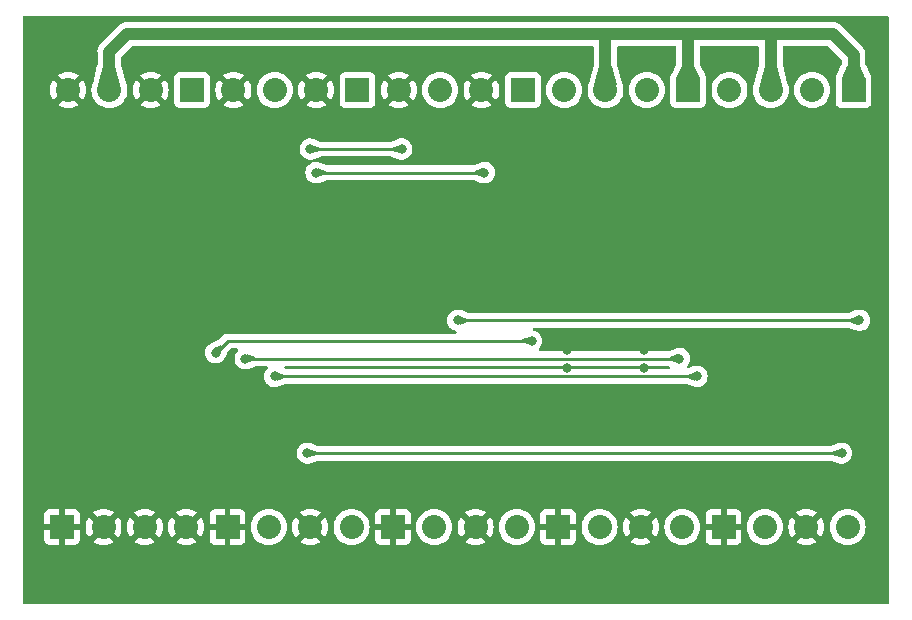
<source format=gbl>
%TF.GenerationSoftware,KiCad,Pcbnew,7.0.6*%
%TF.CreationDate,2024-01-12T02:35:33-05:00*%
%TF.ProjectId,PSA_Controller,5053415f-436f-46e7-9472-6f6c6c65722e,rev?*%
%TF.SameCoordinates,Original*%
%TF.FileFunction,Copper,L2,Bot*%
%TF.FilePolarity,Positive*%
%FSLAX46Y46*%
G04 Gerber Fmt 4.6, Leading zero omitted, Abs format (unit mm)*
G04 Created by KiCad (PCBNEW 7.0.6) date 2024-01-12 02:35:33*
%MOMM*%
%LPD*%
G01*
G04 APERTURE LIST*
%TA.AperFunction,ComponentPad*%
%ADD10C,2.032000*%
%TD*%
%TA.AperFunction,ComponentPad*%
%ADD11R,2.032000X2.032000*%
%TD*%
%TA.AperFunction,ViaPad*%
%ADD12C,0.800000*%
%TD*%
%TA.AperFunction,Conductor*%
%ADD13C,0.250000*%
%TD*%
%TA.AperFunction,Conductor*%
%ADD14C,1.016000*%
%TD*%
G04 APERTURE END LIST*
D10*
%TO.P,J10,4,Pin_4*%
%TO.N,D14*%
X55800000Y6500000D03*
%TO.P,J10,3,Pin_3*%
%TO.N,GND*%
X52300000Y6500000D03*
%TO.P,J10,2,Pin_2*%
%TO.N,D15*%
X48800000Y6500000D03*
D11*
%TO.P,J10,1,Pin_1*%
%TO.N,GND*%
X45300000Y6500000D03*
%TD*%
%TO.P,J9,1,Pin_1*%
%TO.N,A2*%
X28300000Y43500000D03*
D10*
%TO.P,J9,2,Pin_2*%
%TO.N,GND*%
X24800000Y43500000D03*
%TO.P,J9,3,Pin_3*%
%TO.N,A3*%
X21300000Y43500000D03*
%TO.P,J9,4,Pin_4*%
%TO.N,GND*%
X17800000Y43500000D03*
%TD*%
D11*
%TO.P,J8,1,Pin_1*%
%TO.N,GND*%
X59300000Y6500000D03*
D10*
%TO.P,J8,2,Pin_2*%
%TO.N,D16*%
X62800000Y6500000D03*
%TO.P,J8,3,Pin_3*%
%TO.N,GND*%
X66300000Y6500000D03*
%TO.P,J8,4,Pin_4*%
%TO.N,D10*%
X69800000Y6500000D03*
%TD*%
D11*
%TO.P,J7,1,Pin_1*%
%TO.N,GND*%
X31300000Y6500000D03*
D10*
%TO.P,J7,2,Pin_2*%
%TO.N,D8*%
X34800000Y6500000D03*
%TO.P,J7,3,Pin_3*%
%TO.N,GND*%
X38300000Y6500000D03*
%TO.P,J7,4,Pin_4*%
%TO.N,D9*%
X41800000Y6500000D03*
%TD*%
D11*
%TO.P,J6,1,Pin_1*%
%TO.N,GND*%
X17300000Y6500000D03*
D10*
%TO.P,J6,2,Pin_2*%
%TO.N,D6*%
X20800000Y6500000D03*
%TO.P,J6,3,Pin_3*%
%TO.N,GND*%
X24300000Y6500000D03*
%TO.P,J6,4,Pin_4*%
%TO.N,D7*%
X27800000Y6500000D03*
%TD*%
D11*
%TO.P,J5,1,Pin_1*%
%TO.N,GND*%
X3300000Y6500000D03*
D10*
%TO.P,J5,2,Pin_2*%
X6800000Y6500000D03*
%TO.P,J5,3,Pin_3*%
X10300000Y6500000D03*
%TO.P,J5,4,Pin_4*%
X13800000Y6500000D03*
%TD*%
D11*
%TO.P,J4,1,Pin_1*%
%TO.N,A0IN*%
X42300000Y43500000D03*
D10*
%TO.P,J4,2,Pin_2*%
%TO.N,GND*%
X38800000Y43500000D03*
%TO.P,J4,3,Pin_3*%
%TO.N,A1IN*%
X35300000Y43500000D03*
%TO.P,J4,4,Pin_4*%
%TO.N,GND*%
X31800000Y43500000D03*
%TD*%
%TO.P,J3,4,Pin_4*%
%TO.N,FET4B*%
X59800000Y43500000D03*
%TO.P,J3,3,Pin_3*%
%TO.N,12V*%
X63300000Y43500000D03*
%TO.P,J3,2,Pin_2*%
%TO.N,FET5B*%
X66800000Y43500000D03*
D11*
%TO.P,J3,1,Pin_1*%
%TO.N,12V*%
X70300000Y43500000D03*
%TD*%
D10*
%TO.P,J2,4,Pin_4*%
%TO.N,FET2B*%
X45800000Y43500000D03*
%TO.P,J2,3,Pin_3*%
%TO.N,12V*%
X49300000Y43500000D03*
%TO.P,J2,2,Pin_2*%
%TO.N,FET3B*%
X52800000Y43500000D03*
D11*
%TO.P,J2,1,Pin_1*%
%TO.N,12V*%
X56300000Y43500000D03*
%TD*%
%TO.P,J1,1,Pin_1*%
%TO.N,5V*%
X14300000Y43500000D03*
D10*
%TO.P,J1,2,Pin_2*%
%TO.N,GND*%
X10800000Y43500000D03*
%TO.P,J1,3,Pin_3*%
%TO.N,12V*%
X7300000Y43500000D03*
%TO.P,J1,4,Pin_4*%
%TO.N,GND*%
X3800000Y43500000D03*
%TD*%
D12*
%TO.N,GND*%
X46050000Y21500000D03*
X52550000Y21500000D03*
X52550000Y18000000D03*
X52550000Y20000000D03*
X60050000Y18250000D03*
X60050000Y21250000D03*
X60050000Y19750000D03*
X66550000Y18250000D03*
X66550000Y21250000D03*
X66550000Y19750000D03*
X46050000Y18000000D03*
X46050000Y20000000D03*
%TO.N,D10*%
X36800000Y24000000D03*
X70800000Y24000000D03*
%TO.N,D5*%
X69300000Y12750000D03*
X24050000Y12750000D03*
%TO.N,D4*%
X21300000Y19250000D03*
X57050000Y19250000D03*
%TO.N,D3*%
X18800000Y20750000D03*
X55550000Y20750000D03*
%TO.N,D2*%
X16300000Y21250000D03*
X43050000Y22250000D03*
%TO.N,A0*%
X24800000Y36500000D03*
X39050000Y36500000D03*
%TO.N,A1*%
X24300000Y38500000D03*
X32050000Y38500000D03*
%TD*%
D13*
%TO.N,D10*%
X36800000Y24000000D02*
X70800000Y24000000D01*
%TO.N,D5*%
X69300000Y12750000D02*
X24050000Y12750000D01*
%TO.N,D4*%
X57050000Y19250000D02*
X21300000Y19250000D01*
%TO.N,D3*%
X55550000Y20750000D02*
X18800000Y20750000D01*
%TO.N,D2*%
X17300000Y22250000D02*
X16300000Y21250000D01*
X43050000Y22250000D02*
X17300000Y22250000D01*
D14*
%TO.N,12V*%
X63300000Y43500000D02*
X63300000Y48250000D01*
X63300000Y48250000D02*
X68550000Y48250000D01*
X56300000Y48250000D02*
X63300000Y48250000D01*
X56300000Y43500000D02*
X56300000Y48250000D01*
X49300000Y48250000D02*
X56300000Y48250000D01*
X49300000Y43500000D02*
X49300000Y48250000D01*
X8800000Y48250000D02*
X49300000Y48250000D01*
X70300000Y46500000D02*
X70300000Y43500000D01*
X7300000Y46750000D02*
X8800000Y48250000D01*
X68550000Y48250000D02*
X70300000Y46500000D01*
X7300000Y43500000D02*
X7300000Y46750000D01*
D13*
%TO.N,A0*%
X24800000Y36500000D02*
X39050000Y36500000D01*
%TO.N,A1*%
X24300000Y38500000D02*
X32050000Y38500000D01*
%TD*%
%TA.AperFunction,Conductor*%
%TO.N,GND*%
G36*
X54665616Y20116488D02*
G01*
X54668263Y20115487D01*
X54724009Y20073367D01*
X54748133Y20007794D01*
X54732977Y19939588D01*
X54683352Y19890404D01*
X54624411Y19875500D01*
X22228236Y19875500D01*
X22184385Y19883513D01*
X22181738Y19884514D01*
X22125993Y19926633D01*
X22101869Y19992206D01*
X22117025Y20060412D01*
X22166650Y20109596D01*
X22225591Y20124500D01*
X54621766Y20124500D01*
X54665616Y20116488D01*
G37*
%TD.AperFunction*%
%TA.AperFunction,Conductor*%
G36*
X73242539Y49763815D02*
G01*
X73288294Y49711011D01*
X73299500Y49659500D01*
X73299500Y124500D01*
X73279815Y57461D01*
X73227011Y11706D01*
X73175500Y500D01*
X124500Y500D01*
X57461Y20185D01*
X11706Y72989D01*
X500Y124500D01*
X500Y6750000D01*
X1783999Y6750000D01*
X2754118Y6750000D01*
X2715444Y6656631D01*
X2694823Y6500000D01*
X2715444Y6343369D01*
X2754118Y6250000D01*
X1784000Y6250000D01*
X1784000Y5436156D01*
X1790401Y5376628D01*
X1790403Y5376621D01*
X1840645Y5241914D01*
X1840649Y5241907D01*
X1926809Y5126813D01*
X1926812Y5126810D01*
X2041906Y5040650D01*
X2041913Y5040646D01*
X2176620Y4990404D01*
X2176627Y4990402D01*
X2236155Y4984001D01*
X2236172Y4984000D01*
X3050000Y4984000D01*
X3050000Y5954119D01*
X3143369Y5915444D01*
X3260677Y5900000D01*
X3339323Y5900000D01*
X3456631Y5915444D01*
X3550000Y5954119D01*
X3550000Y4984000D01*
X4363828Y4984000D01*
X4363844Y4984001D01*
X4423372Y4990402D01*
X4423379Y4990404D01*
X4558086Y5040646D01*
X4558093Y5040650D01*
X4673187Y5126810D01*
X4673190Y5126813D01*
X4759350Y5241907D01*
X4759354Y5241914D01*
X4809596Y5376621D01*
X4809598Y5376628D01*
X4815999Y5436156D01*
X4816000Y5436173D01*
X4816000Y6250000D01*
X3845882Y6250000D01*
X3884556Y6343369D01*
X3905177Y6500000D01*
X3905177Y6500001D01*
X5279312Y6500001D01*
X5298033Y6262117D01*
X5353742Y6030075D01*
X5445056Y5809622D01*
X5563229Y5616784D01*
X6237226Y6290781D01*
X6275901Y6197412D01*
X6372075Y6072075D01*
X6497412Y5975901D01*
X6590779Y5937228D01*
X5916782Y5263231D01*
X5916782Y5263230D01*
X6109621Y5145057D01*
X6330075Y5053743D01*
X6330072Y5053743D01*
X6562116Y4998034D01*
X6800000Y4979313D01*
X7037883Y4998034D01*
X7269925Y5053743D01*
X7490374Y5145056D01*
X7683216Y5263231D01*
X7009220Y5937228D01*
X7102588Y5975901D01*
X7227925Y6072075D01*
X7324099Y6197411D01*
X7362773Y6290780D01*
X8036769Y5616784D01*
X8154944Y5809626D01*
X8246257Y6030075D01*
X8301966Y6262117D01*
X8320687Y6500000D01*
X8779312Y6500000D01*
X8798033Y6262117D01*
X8853742Y6030075D01*
X8945056Y5809622D01*
X9063229Y5616784D01*
X9737226Y6290781D01*
X9775901Y6197412D01*
X9872075Y6072075D01*
X9997412Y5975901D01*
X10090779Y5937228D01*
X9416782Y5263231D01*
X9416782Y5263230D01*
X9609621Y5145057D01*
X9830075Y5053743D01*
X9830072Y5053743D01*
X10062116Y4998034D01*
X10300000Y4979313D01*
X10537883Y4998034D01*
X10769925Y5053743D01*
X10990374Y5145056D01*
X11183216Y5263231D01*
X10509220Y5937228D01*
X10602588Y5975901D01*
X10727925Y6072075D01*
X10824099Y6197411D01*
X10862773Y6290780D01*
X11536769Y5616784D01*
X11654944Y5809626D01*
X11746257Y6030075D01*
X11801966Y6262117D01*
X11820687Y6500000D01*
X12279312Y6500000D01*
X12298033Y6262117D01*
X12353742Y6030075D01*
X12445056Y5809622D01*
X12563229Y5616784D01*
X13237226Y6290781D01*
X13275901Y6197412D01*
X13372075Y6072075D01*
X13497412Y5975901D01*
X13590779Y5937228D01*
X12916782Y5263231D01*
X12916782Y5263230D01*
X13109621Y5145057D01*
X13330075Y5053743D01*
X13330072Y5053743D01*
X13562116Y4998034D01*
X13800000Y4979313D01*
X14037883Y4998034D01*
X14269925Y5053743D01*
X14490374Y5145056D01*
X14683216Y5263231D01*
X14510291Y5436156D01*
X15784000Y5436156D01*
X15790401Y5376628D01*
X15790403Y5376621D01*
X15840645Y5241914D01*
X15840649Y5241907D01*
X15926809Y5126813D01*
X15926812Y5126810D01*
X16041906Y5040650D01*
X16041913Y5040646D01*
X16176620Y4990404D01*
X16176627Y4990402D01*
X16236155Y4984001D01*
X16236172Y4984000D01*
X17050000Y4984000D01*
X17050000Y5954119D01*
X17143369Y5915444D01*
X17260677Y5900000D01*
X17339323Y5900000D01*
X17456631Y5915444D01*
X17550000Y5954119D01*
X17550000Y4984000D01*
X18363828Y4984000D01*
X18363844Y4984001D01*
X18423372Y4990402D01*
X18423379Y4990404D01*
X18558086Y5040646D01*
X18558093Y5040650D01*
X18673187Y5126810D01*
X18673190Y5126813D01*
X18759350Y5241907D01*
X18759354Y5241914D01*
X18809596Y5376621D01*
X18809598Y5376628D01*
X18815999Y5436156D01*
X18816000Y5436173D01*
X18816000Y6250000D01*
X17845882Y6250000D01*
X17884556Y6343369D01*
X17905177Y6500000D01*
X19278811Y6500000D01*
X19297538Y6262037D01*
X19353261Y6029932D01*
X19444608Y5809400D01*
X19444610Y5809396D01*
X19444611Y5809395D01*
X19569332Y5605868D01*
X19724357Y5424357D01*
X19905868Y5269332D01*
X20109395Y5144611D01*
X20109397Y5144611D01*
X20109399Y5144609D01*
X20152363Y5126813D01*
X20329927Y5053263D01*
X20562034Y4997539D01*
X20800000Y4978811D01*
X21037966Y4997539D01*
X21270073Y5053263D01*
X21490605Y5144611D01*
X21694132Y5269332D01*
X21875643Y5424357D01*
X22030668Y5605868D01*
X22155389Y5809395D01*
X22246737Y6029927D01*
X22302461Y6262034D01*
X22321189Y6500000D01*
X22321189Y6500001D01*
X22779312Y6500001D01*
X22798033Y6262117D01*
X22853742Y6030075D01*
X22945056Y5809622D01*
X23063229Y5616784D01*
X23737226Y6290781D01*
X23775901Y6197412D01*
X23872075Y6072075D01*
X23997412Y5975901D01*
X24090779Y5937228D01*
X23416782Y5263231D01*
X23416782Y5263230D01*
X23609621Y5145057D01*
X23830075Y5053743D01*
X23830072Y5053743D01*
X24062116Y4998034D01*
X24300000Y4979313D01*
X24537883Y4998034D01*
X24769925Y5053743D01*
X24990374Y5145056D01*
X25183216Y5263231D01*
X24509220Y5937228D01*
X24602588Y5975901D01*
X24727925Y6072075D01*
X24824099Y6197411D01*
X24862773Y6290781D01*
X25536769Y5616784D01*
X25654944Y5809626D01*
X25746257Y6030075D01*
X25801966Y6262117D01*
X25820687Y6500000D01*
X26278811Y6500000D01*
X26297538Y6262037D01*
X26353261Y6029932D01*
X26444608Y5809400D01*
X26444610Y5809396D01*
X26444611Y5809395D01*
X26569332Y5605868D01*
X26724357Y5424357D01*
X26905868Y5269332D01*
X27109395Y5144611D01*
X27109397Y5144611D01*
X27109399Y5144609D01*
X27152363Y5126813D01*
X27329927Y5053263D01*
X27562034Y4997539D01*
X27800000Y4978811D01*
X28037966Y4997539D01*
X28270073Y5053263D01*
X28490605Y5144611D01*
X28694132Y5269332D01*
X28875643Y5424357D01*
X28885720Y5436156D01*
X29784000Y5436156D01*
X29790401Y5376628D01*
X29790403Y5376621D01*
X29840645Y5241914D01*
X29840649Y5241907D01*
X29926809Y5126813D01*
X29926812Y5126810D01*
X30041906Y5040650D01*
X30041913Y5040646D01*
X30176620Y4990404D01*
X30176627Y4990402D01*
X30236155Y4984001D01*
X30236172Y4984000D01*
X31049999Y4984000D01*
X31049999Y5954119D01*
X31143369Y5915444D01*
X31260677Y5900000D01*
X31339323Y5900000D01*
X31456631Y5915444D01*
X31550000Y5954119D01*
X31550000Y4984000D01*
X32363828Y4984000D01*
X32363844Y4984001D01*
X32423372Y4990402D01*
X32423379Y4990404D01*
X32558086Y5040646D01*
X32558093Y5040650D01*
X32673187Y5126810D01*
X32673190Y5126813D01*
X32759350Y5241907D01*
X32759354Y5241914D01*
X32809596Y5376621D01*
X32809598Y5376628D01*
X32815999Y5436156D01*
X32816000Y5436173D01*
X32816000Y6250000D01*
X31845882Y6250000D01*
X31884556Y6343369D01*
X31905177Y6500000D01*
X33278811Y6500000D01*
X33297538Y6262037D01*
X33353261Y6029932D01*
X33444608Y5809400D01*
X33444610Y5809396D01*
X33444611Y5809395D01*
X33569332Y5605868D01*
X33724357Y5424357D01*
X33905868Y5269332D01*
X34109395Y5144611D01*
X34109397Y5144611D01*
X34109399Y5144609D01*
X34152363Y5126813D01*
X34329927Y5053263D01*
X34562034Y4997539D01*
X34800000Y4978811D01*
X35037966Y4997539D01*
X35270073Y5053263D01*
X35490605Y5144611D01*
X35694132Y5269332D01*
X35875643Y5424357D01*
X36030668Y5605868D01*
X36155389Y5809395D01*
X36246737Y6029927D01*
X36302461Y6262034D01*
X36321189Y6500000D01*
X36779312Y6500000D01*
X36798033Y6262117D01*
X36853742Y6030075D01*
X36945056Y5809622D01*
X37063229Y5616784D01*
X37737226Y6290781D01*
X37775901Y6197412D01*
X37872075Y6072075D01*
X37997412Y5975901D01*
X38090779Y5937228D01*
X37416782Y5263231D01*
X37416782Y5263230D01*
X37609621Y5145057D01*
X37830075Y5053743D01*
X37830072Y5053743D01*
X38062116Y4998034D01*
X38300000Y4979313D01*
X38537883Y4998034D01*
X38769925Y5053743D01*
X38990374Y5145056D01*
X39183216Y5263231D01*
X38509220Y5937228D01*
X38602588Y5975901D01*
X38727925Y6072075D01*
X38824099Y6197411D01*
X38862773Y6290780D01*
X39536769Y5616784D01*
X39654944Y5809626D01*
X39746257Y6030075D01*
X39801966Y6262117D01*
X39820687Y6500000D01*
X40278811Y6500000D01*
X40297538Y6262037D01*
X40353261Y6029932D01*
X40444608Y5809400D01*
X40444610Y5809396D01*
X40444611Y5809395D01*
X40569332Y5605868D01*
X40724357Y5424357D01*
X40905868Y5269332D01*
X41109395Y5144611D01*
X41109397Y5144611D01*
X41109399Y5144609D01*
X41152363Y5126813D01*
X41329927Y5053263D01*
X41562034Y4997539D01*
X41800000Y4978811D01*
X42037966Y4997539D01*
X42270073Y5053263D01*
X42490605Y5144611D01*
X42694132Y5269332D01*
X42875643Y5424357D01*
X42885720Y5436156D01*
X43784000Y5436156D01*
X43790401Y5376628D01*
X43790403Y5376621D01*
X43840645Y5241914D01*
X43840649Y5241907D01*
X43926809Y5126813D01*
X43926812Y5126810D01*
X44041906Y5040650D01*
X44041913Y5040646D01*
X44176620Y4990404D01*
X44176627Y4990402D01*
X44236155Y4984001D01*
X44236172Y4984000D01*
X45050000Y4984000D01*
X45050000Y5954119D01*
X45143369Y5915444D01*
X45260677Y5900000D01*
X45339323Y5900000D01*
X45456631Y5915444D01*
X45549999Y5954119D01*
X45550000Y4984000D01*
X46363828Y4984000D01*
X46363844Y4984001D01*
X46423372Y4990402D01*
X46423379Y4990404D01*
X46558086Y5040646D01*
X46558093Y5040650D01*
X46673187Y5126810D01*
X46673190Y5126813D01*
X46759350Y5241907D01*
X46759354Y5241914D01*
X46809596Y5376621D01*
X46809598Y5376628D01*
X46815999Y5436156D01*
X46816000Y5436173D01*
X46816000Y6250000D01*
X45845882Y6250000D01*
X45884556Y6343369D01*
X45905177Y6500000D01*
X47278811Y6500000D01*
X47297538Y6262037D01*
X47353261Y6029932D01*
X47444608Y5809400D01*
X47444610Y5809396D01*
X47444611Y5809395D01*
X47569332Y5605868D01*
X47724357Y5424357D01*
X47905868Y5269332D01*
X48109395Y5144611D01*
X48109397Y5144611D01*
X48109399Y5144609D01*
X48152363Y5126813D01*
X48329927Y5053263D01*
X48562034Y4997539D01*
X48800000Y4978811D01*
X49037966Y4997539D01*
X49270073Y5053263D01*
X49490605Y5144611D01*
X49694132Y5269332D01*
X49875643Y5424357D01*
X50030668Y5605868D01*
X50155389Y5809395D01*
X50246737Y6029927D01*
X50302461Y6262034D01*
X50321189Y6500000D01*
X50321189Y6500001D01*
X50779312Y6500001D01*
X50798033Y6262117D01*
X50853742Y6030075D01*
X50945056Y5809622D01*
X51063229Y5616784D01*
X51737226Y6290781D01*
X51775901Y6197412D01*
X51872075Y6072075D01*
X51997412Y5975901D01*
X52090779Y5937228D01*
X51416782Y5263231D01*
X51416782Y5263230D01*
X51609621Y5145057D01*
X51830075Y5053743D01*
X51830072Y5053743D01*
X52062116Y4998034D01*
X52300000Y4979313D01*
X52537883Y4998034D01*
X52769925Y5053743D01*
X52990374Y5145056D01*
X53183216Y5263231D01*
X52509220Y5937228D01*
X52602588Y5975901D01*
X52727925Y6072075D01*
X52824099Y6197411D01*
X52862773Y6290781D01*
X53536769Y5616784D01*
X53654944Y5809626D01*
X53746257Y6030075D01*
X53801966Y6262117D01*
X53820687Y6500000D01*
X54278811Y6500000D01*
X54297538Y6262037D01*
X54353261Y6029932D01*
X54444608Y5809400D01*
X54444610Y5809396D01*
X54444611Y5809395D01*
X54569332Y5605868D01*
X54724357Y5424357D01*
X54905868Y5269332D01*
X55109395Y5144611D01*
X55109397Y5144611D01*
X55109399Y5144609D01*
X55152363Y5126813D01*
X55329927Y5053263D01*
X55562034Y4997539D01*
X55800000Y4978811D01*
X56037966Y4997539D01*
X56270073Y5053263D01*
X56490605Y5144611D01*
X56694132Y5269332D01*
X56875643Y5424357D01*
X56885720Y5436156D01*
X57784000Y5436156D01*
X57790401Y5376628D01*
X57790403Y5376621D01*
X57840645Y5241914D01*
X57840649Y5241907D01*
X57926809Y5126813D01*
X57926812Y5126810D01*
X58041906Y5040650D01*
X58041913Y5040646D01*
X58176620Y4990404D01*
X58176627Y4990402D01*
X58236155Y4984001D01*
X58236172Y4984000D01*
X59050000Y4984000D01*
X59050000Y5954119D01*
X59143369Y5915444D01*
X59260677Y5900000D01*
X59339323Y5900000D01*
X59456631Y5915444D01*
X59550000Y5954119D01*
X59550000Y4984000D01*
X60363828Y4984000D01*
X60363844Y4984001D01*
X60423372Y4990402D01*
X60423379Y4990404D01*
X60558086Y5040646D01*
X60558093Y5040650D01*
X60673187Y5126810D01*
X60673190Y5126813D01*
X60759350Y5241907D01*
X60759354Y5241914D01*
X60809596Y5376621D01*
X60809598Y5376628D01*
X60815999Y5436156D01*
X60816000Y5436173D01*
X60816000Y6250000D01*
X59845882Y6250000D01*
X59884556Y6343369D01*
X59905177Y6500000D01*
X61278811Y6500000D01*
X61297538Y6262037D01*
X61353261Y6029932D01*
X61444608Y5809400D01*
X61444610Y5809396D01*
X61444611Y5809395D01*
X61569332Y5605868D01*
X61724357Y5424357D01*
X61905868Y5269332D01*
X62109395Y5144611D01*
X62109397Y5144611D01*
X62109399Y5144609D01*
X62152363Y5126813D01*
X62329927Y5053263D01*
X62562034Y4997539D01*
X62800000Y4978811D01*
X63037966Y4997539D01*
X63270073Y5053263D01*
X63490605Y5144611D01*
X63694132Y5269332D01*
X63875643Y5424357D01*
X64030668Y5605868D01*
X64155389Y5809395D01*
X64246737Y6029927D01*
X64302461Y6262034D01*
X64321189Y6500000D01*
X64779312Y6500000D01*
X64798033Y6262117D01*
X64853742Y6030075D01*
X64945056Y5809622D01*
X65063229Y5616784D01*
X65737226Y6290781D01*
X65775901Y6197412D01*
X65872075Y6072075D01*
X65997412Y5975901D01*
X66090779Y5937228D01*
X65416782Y5263231D01*
X65416782Y5263230D01*
X65609621Y5145057D01*
X65830075Y5053743D01*
X65830072Y5053743D01*
X66062116Y4998034D01*
X66300000Y4979313D01*
X66537883Y4998034D01*
X66769925Y5053743D01*
X66990374Y5145056D01*
X67183216Y5263231D01*
X66509220Y5937228D01*
X66602588Y5975901D01*
X66727925Y6072075D01*
X66824099Y6197411D01*
X66862773Y6290780D01*
X67536769Y5616784D01*
X67654944Y5809626D01*
X67746257Y6030075D01*
X67801966Y6262117D01*
X67820687Y6500000D01*
X68278811Y6500000D01*
X68297538Y6262037D01*
X68353261Y6029932D01*
X68444608Y5809400D01*
X68444610Y5809396D01*
X68444611Y5809395D01*
X68569332Y5605868D01*
X68724357Y5424357D01*
X68905868Y5269332D01*
X69109395Y5144611D01*
X69109397Y5144611D01*
X69109399Y5144609D01*
X69152363Y5126813D01*
X69329927Y5053263D01*
X69562034Y4997539D01*
X69800000Y4978811D01*
X70037966Y4997539D01*
X70270073Y5053263D01*
X70490605Y5144611D01*
X70694132Y5269332D01*
X70875643Y5424357D01*
X71030668Y5605868D01*
X71155389Y5809395D01*
X71246737Y6029927D01*
X71302461Y6262034D01*
X71321189Y6500000D01*
X71302461Y6737966D01*
X71246737Y6970073D01*
X71155389Y7190605D01*
X71030668Y7394132D01*
X70875643Y7575643D01*
X70694132Y7730668D01*
X70490605Y7855389D01*
X70490604Y7855390D01*
X70490600Y7855392D01*
X70270068Y7946739D01*
X70037962Y8002462D01*
X70037963Y8002462D01*
X69800000Y8021189D01*
X69562036Y8002462D01*
X69329931Y7946739D01*
X69109399Y7855392D01*
X68905867Y7730668D01*
X68724357Y7575643D01*
X68569332Y7394133D01*
X68444608Y7190601D01*
X68353261Y6970069D01*
X68297538Y6737964D01*
X68278811Y6500000D01*
X67820687Y6500000D01*
X67801966Y6737884D01*
X67746257Y6969926D01*
X67654943Y7190379D01*
X67536769Y7383218D01*
X66862772Y6709221D01*
X66824099Y6802588D01*
X66727925Y6927925D01*
X66602588Y7024099D01*
X66509219Y7062774D01*
X67183216Y7736771D01*
X66990378Y7854944D01*
X66769924Y7946258D01*
X66769927Y7946258D01*
X66537883Y8001967D01*
X66300000Y8020688D01*
X66062116Y8001967D01*
X65830074Y7946258D01*
X65609621Y7854944D01*
X65416782Y7736771D01*
X66090780Y7062774D01*
X65997412Y7024099D01*
X65872075Y6927925D01*
X65775901Y6802589D01*
X65737226Y6709221D01*
X65063229Y7383218D01*
X64945056Y7190379D01*
X64853742Y6969926D01*
X64798033Y6737884D01*
X64779312Y6500000D01*
X64321189Y6500000D01*
X64302461Y6737966D01*
X64246737Y6970073D01*
X64155389Y7190605D01*
X64030668Y7394132D01*
X63875643Y7575643D01*
X63694132Y7730668D01*
X63490605Y7855389D01*
X63490604Y7855390D01*
X63490600Y7855392D01*
X63270068Y7946739D01*
X63037962Y8002462D01*
X63037963Y8002462D01*
X62800000Y8021189D01*
X62562036Y8002462D01*
X62329931Y7946739D01*
X62109399Y7855392D01*
X61905867Y7730668D01*
X61724357Y7575643D01*
X61569332Y7394133D01*
X61444608Y7190601D01*
X61353261Y6970069D01*
X61297538Y6737964D01*
X61278811Y6500000D01*
X59905177Y6500000D01*
X59884556Y6656631D01*
X59845882Y6750000D01*
X60816000Y6750000D01*
X60816000Y7563828D01*
X60815999Y7563845D01*
X60809598Y7623373D01*
X60809596Y7623380D01*
X60759354Y7758087D01*
X60759350Y7758094D01*
X60673190Y7873188D01*
X60673187Y7873191D01*
X60558093Y7959351D01*
X60558086Y7959355D01*
X60423379Y8009597D01*
X60423372Y8009599D01*
X60363844Y8016000D01*
X59550000Y8016000D01*
X59550000Y7045882D01*
X59456631Y7084556D01*
X59339323Y7100000D01*
X59260677Y7100000D01*
X59143369Y7084556D01*
X59050000Y7045882D01*
X59050000Y8016000D01*
X58236155Y8016000D01*
X58176627Y8009599D01*
X58176620Y8009597D01*
X58041913Y7959355D01*
X58041906Y7959351D01*
X57926812Y7873191D01*
X57926809Y7873188D01*
X57840649Y7758094D01*
X57840645Y7758087D01*
X57790403Y7623380D01*
X57790401Y7623373D01*
X57784000Y7563845D01*
X57784000Y6750000D01*
X58754118Y6750000D01*
X58715444Y6656631D01*
X58694823Y6500000D01*
X58715444Y6343369D01*
X58754118Y6250000D01*
X57784000Y6250000D01*
X57784000Y5436156D01*
X56885720Y5436156D01*
X57030668Y5605868D01*
X57155389Y5809395D01*
X57246737Y6029927D01*
X57302461Y6262034D01*
X57321189Y6500000D01*
X57302461Y6737966D01*
X57246737Y6970073D01*
X57155389Y7190605D01*
X57030668Y7394132D01*
X56875643Y7575643D01*
X56694132Y7730668D01*
X56490605Y7855389D01*
X56490604Y7855390D01*
X56490600Y7855392D01*
X56270068Y7946739D01*
X56037962Y8002462D01*
X56037963Y8002462D01*
X55800000Y8021189D01*
X55562036Y8002462D01*
X55329931Y7946739D01*
X55109399Y7855392D01*
X54905867Y7730668D01*
X54724357Y7575643D01*
X54569332Y7394133D01*
X54444608Y7190601D01*
X54353261Y6970069D01*
X54297538Y6737964D01*
X54278811Y6500000D01*
X53820687Y6500000D01*
X53801966Y6737884D01*
X53746257Y6969926D01*
X53654943Y7190379D01*
X53536769Y7383218D01*
X52862772Y6709222D01*
X52824099Y6802588D01*
X52727925Y6927925D01*
X52602588Y7024099D01*
X52509219Y7062774D01*
X53183216Y7736771D01*
X52990378Y7854944D01*
X52769924Y7946258D01*
X52769927Y7946258D01*
X52537883Y8001967D01*
X52299999Y8020688D01*
X52062116Y8001967D01*
X51830074Y7946258D01*
X51609621Y7854944D01*
X51416782Y7736771D01*
X52090780Y7062774D01*
X51997412Y7024099D01*
X51872075Y6927925D01*
X51775901Y6802589D01*
X51737226Y6709221D01*
X51063229Y7383218D01*
X50945056Y7190379D01*
X50853742Y6969926D01*
X50798033Y6737884D01*
X50779312Y6500001D01*
X50321189Y6500001D01*
X50302461Y6737966D01*
X50246737Y6970073D01*
X50155389Y7190605D01*
X50030668Y7394132D01*
X49875643Y7575643D01*
X49694132Y7730668D01*
X49490605Y7855389D01*
X49490604Y7855390D01*
X49490600Y7855392D01*
X49270068Y7946739D01*
X49037962Y8002462D01*
X49037963Y8002462D01*
X48800000Y8021189D01*
X48562036Y8002462D01*
X48329931Y7946739D01*
X48109399Y7855392D01*
X47905867Y7730668D01*
X47724357Y7575643D01*
X47569332Y7394133D01*
X47444608Y7190601D01*
X47353261Y6970069D01*
X47297538Y6737964D01*
X47278811Y6500000D01*
X45905177Y6500000D01*
X45884556Y6656631D01*
X45845882Y6750000D01*
X46816000Y6750000D01*
X46816000Y7563828D01*
X46815999Y7563845D01*
X46809598Y7623373D01*
X46809596Y7623380D01*
X46759354Y7758087D01*
X46759350Y7758094D01*
X46673190Y7873188D01*
X46673187Y7873191D01*
X46558093Y7959351D01*
X46558086Y7959355D01*
X46423379Y8009597D01*
X46423372Y8009599D01*
X46363844Y8016000D01*
X45550000Y8016000D01*
X45549999Y7045882D01*
X45456631Y7084556D01*
X45339323Y7100000D01*
X45260677Y7100000D01*
X45143369Y7084556D01*
X45050000Y7045882D01*
X45050000Y8016000D01*
X44236155Y8016000D01*
X44176627Y8009599D01*
X44176620Y8009597D01*
X44041913Y7959355D01*
X44041906Y7959351D01*
X43926812Y7873191D01*
X43926809Y7873188D01*
X43840649Y7758094D01*
X43840645Y7758087D01*
X43790403Y7623380D01*
X43790401Y7623373D01*
X43784000Y7563845D01*
X43784000Y6750000D01*
X44754118Y6750000D01*
X44715444Y6656631D01*
X44694823Y6500000D01*
X44715444Y6343369D01*
X44754118Y6250000D01*
X43784000Y6250000D01*
X43784000Y5436156D01*
X42885720Y5436156D01*
X43030668Y5605868D01*
X43155389Y5809395D01*
X43246737Y6029927D01*
X43302461Y6262034D01*
X43321189Y6500000D01*
X43302461Y6737966D01*
X43246737Y6970073D01*
X43155389Y7190605D01*
X43030668Y7394132D01*
X42875643Y7575643D01*
X42694132Y7730668D01*
X42490605Y7855389D01*
X42490604Y7855390D01*
X42490600Y7855392D01*
X42270068Y7946739D01*
X42037962Y8002462D01*
X42037963Y8002462D01*
X41800000Y8021189D01*
X41562036Y8002462D01*
X41329931Y7946739D01*
X41109399Y7855392D01*
X40905867Y7730668D01*
X40724357Y7575643D01*
X40569332Y7394133D01*
X40444608Y7190601D01*
X40353261Y6970069D01*
X40297538Y6737964D01*
X40278811Y6500000D01*
X39820687Y6500000D01*
X39801966Y6737884D01*
X39746257Y6969926D01*
X39654943Y7190379D01*
X39536769Y7383218D01*
X38862772Y6709221D01*
X38824099Y6802588D01*
X38727925Y6927925D01*
X38602588Y7024099D01*
X38509219Y7062774D01*
X39183216Y7736771D01*
X38990378Y7854944D01*
X38769924Y7946258D01*
X38769927Y7946258D01*
X38537883Y8001967D01*
X38300000Y8020688D01*
X38062116Y8001967D01*
X37830074Y7946258D01*
X37609621Y7854944D01*
X37416782Y7736771D01*
X38090780Y7062774D01*
X37997412Y7024099D01*
X37872075Y6927925D01*
X37775901Y6802589D01*
X37737226Y6709221D01*
X37063229Y7383218D01*
X36945056Y7190379D01*
X36853742Y6969926D01*
X36798033Y6737884D01*
X36779312Y6500000D01*
X36321189Y6500000D01*
X36302461Y6737966D01*
X36246737Y6970073D01*
X36155389Y7190605D01*
X36030668Y7394132D01*
X35875643Y7575643D01*
X35694132Y7730668D01*
X35490605Y7855389D01*
X35490604Y7855390D01*
X35490600Y7855392D01*
X35270068Y7946739D01*
X35037962Y8002462D01*
X35037963Y8002462D01*
X34800000Y8021189D01*
X34562036Y8002462D01*
X34329931Y7946739D01*
X34109399Y7855392D01*
X33905867Y7730668D01*
X33724357Y7575643D01*
X33569332Y7394133D01*
X33444608Y7190601D01*
X33353261Y6970069D01*
X33297538Y6737964D01*
X33278811Y6500000D01*
X31905177Y6500000D01*
X31884556Y6656631D01*
X31845882Y6750000D01*
X32816000Y6750000D01*
X32816000Y7563828D01*
X32815999Y7563845D01*
X32809598Y7623373D01*
X32809596Y7623380D01*
X32759354Y7758087D01*
X32759350Y7758094D01*
X32673190Y7873188D01*
X32673187Y7873191D01*
X32558093Y7959351D01*
X32558086Y7959355D01*
X32423379Y8009597D01*
X32423372Y8009599D01*
X32363844Y8016000D01*
X31550000Y8016000D01*
X31550000Y7045882D01*
X31456631Y7084556D01*
X31339323Y7100000D01*
X31260677Y7100000D01*
X31143369Y7084556D01*
X31049999Y7045882D01*
X31050000Y8016000D01*
X30236155Y8016000D01*
X30176627Y8009599D01*
X30176620Y8009597D01*
X30041913Y7959355D01*
X30041906Y7959351D01*
X29926812Y7873191D01*
X29926809Y7873188D01*
X29840649Y7758094D01*
X29840645Y7758087D01*
X29790403Y7623380D01*
X29790401Y7623373D01*
X29784000Y7563845D01*
X29784000Y6750000D01*
X30754118Y6750000D01*
X30715444Y6656631D01*
X30694823Y6500000D01*
X30715444Y6343369D01*
X30754118Y6250000D01*
X29784000Y6250000D01*
X29784000Y5436156D01*
X28885720Y5436156D01*
X29030668Y5605868D01*
X29155389Y5809395D01*
X29246737Y6029927D01*
X29302461Y6262034D01*
X29321189Y6500000D01*
X29302461Y6737966D01*
X29246737Y6970073D01*
X29155389Y7190605D01*
X29030668Y7394132D01*
X28875643Y7575643D01*
X28694132Y7730668D01*
X28490605Y7855389D01*
X28490604Y7855390D01*
X28490600Y7855392D01*
X28270068Y7946739D01*
X28037962Y8002462D01*
X28037963Y8002462D01*
X27800000Y8021189D01*
X27562036Y8002462D01*
X27329931Y7946739D01*
X27109399Y7855392D01*
X26905867Y7730668D01*
X26724357Y7575643D01*
X26569332Y7394133D01*
X26444608Y7190601D01*
X26353261Y6970069D01*
X26297538Y6737964D01*
X26278811Y6500000D01*
X25820687Y6500000D01*
X25801966Y6737884D01*
X25746257Y6969926D01*
X25654943Y7190379D01*
X25536769Y7383218D01*
X24862772Y6709222D01*
X24824099Y6802588D01*
X24727925Y6927925D01*
X24602588Y7024099D01*
X24509219Y7062774D01*
X25183216Y7736771D01*
X24990378Y7854944D01*
X24769924Y7946258D01*
X24769927Y7946258D01*
X24537883Y8001967D01*
X24299999Y8020688D01*
X24062116Y8001967D01*
X23830074Y7946258D01*
X23609621Y7854944D01*
X23416782Y7736771D01*
X24090780Y7062774D01*
X23997412Y7024099D01*
X23872075Y6927925D01*
X23775901Y6802589D01*
X23737226Y6709221D01*
X23063229Y7383218D01*
X22945056Y7190379D01*
X22853742Y6969926D01*
X22798033Y6737884D01*
X22779312Y6500001D01*
X22321189Y6500001D01*
X22302461Y6737966D01*
X22246737Y6970073D01*
X22155389Y7190605D01*
X22030668Y7394132D01*
X21875643Y7575643D01*
X21694132Y7730668D01*
X21490605Y7855389D01*
X21490604Y7855390D01*
X21490600Y7855392D01*
X21270068Y7946739D01*
X21037962Y8002462D01*
X21037963Y8002462D01*
X20800000Y8021189D01*
X20562036Y8002462D01*
X20329931Y7946739D01*
X20109399Y7855392D01*
X19905867Y7730668D01*
X19724357Y7575643D01*
X19569332Y7394133D01*
X19444608Y7190601D01*
X19353261Y6970069D01*
X19297538Y6737964D01*
X19278811Y6500000D01*
X17905177Y6500000D01*
X17884556Y6656631D01*
X17845882Y6750000D01*
X18816000Y6750000D01*
X18816000Y7563828D01*
X18815999Y7563845D01*
X18809598Y7623373D01*
X18809596Y7623380D01*
X18759354Y7758087D01*
X18759350Y7758094D01*
X18673190Y7873188D01*
X18673187Y7873191D01*
X18558093Y7959351D01*
X18558086Y7959355D01*
X18423379Y8009597D01*
X18423372Y8009599D01*
X18363844Y8016000D01*
X17550000Y8016000D01*
X17550000Y7045882D01*
X17456631Y7084556D01*
X17339323Y7100000D01*
X17260677Y7100000D01*
X17143369Y7084556D01*
X17050000Y7045882D01*
X17050000Y8016000D01*
X16236155Y8016000D01*
X16176627Y8009599D01*
X16176620Y8009597D01*
X16041913Y7959355D01*
X16041906Y7959351D01*
X15926812Y7873191D01*
X15926809Y7873188D01*
X15840649Y7758094D01*
X15840645Y7758087D01*
X15790403Y7623380D01*
X15790401Y7623373D01*
X15784000Y7563845D01*
X15784000Y6750000D01*
X16754118Y6750000D01*
X16715444Y6656631D01*
X16694823Y6500000D01*
X16715444Y6343369D01*
X16754118Y6250000D01*
X15784000Y6250000D01*
X15784000Y5436156D01*
X14510291Y5436156D01*
X14009220Y5937228D01*
X14102588Y5975901D01*
X14227925Y6072075D01*
X14324099Y6197411D01*
X14362773Y6290780D01*
X15036769Y5616784D01*
X15154944Y5809626D01*
X15246257Y6030075D01*
X15301966Y6262117D01*
X15320687Y6500000D01*
X15301966Y6737884D01*
X15246257Y6969926D01*
X15154943Y7190379D01*
X15036769Y7383218D01*
X14362772Y6709221D01*
X14324099Y6802588D01*
X14227925Y6927925D01*
X14102588Y7024099D01*
X14009218Y7062774D01*
X14683216Y7736771D01*
X14490378Y7854944D01*
X14269924Y7946258D01*
X14269927Y7946258D01*
X14037883Y8001967D01*
X13800000Y8020688D01*
X13562116Y8001967D01*
X13330074Y7946258D01*
X13109621Y7854944D01*
X12916782Y7736771D01*
X13590779Y7062773D01*
X13497412Y7024099D01*
X13372075Y6927925D01*
X13275901Y6802589D01*
X13237226Y6709221D01*
X12563229Y7383218D01*
X12445056Y7190379D01*
X12353742Y6969926D01*
X12298033Y6737884D01*
X12279312Y6500000D01*
X11820687Y6500000D01*
X11801966Y6737884D01*
X11746257Y6969926D01*
X11654943Y7190379D01*
X11536769Y7383218D01*
X10862772Y6709221D01*
X10824099Y6802588D01*
X10727925Y6927925D01*
X10602588Y7024099D01*
X10509219Y7062774D01*
X11183216Y7736771D01*
X10990378Y7854944D01*
X10769924Y7946258D01*
X10769927Y7946258D01*
X10537883Y8001967D01*
X10300000Y8020688D01*
X10062116Y8001967D01*
X9830074Y7946258D01*
X9609621Y7854944D01*
X9416782Y7736771D01*
X10090780Y7062774D01*
X9997412Y7024099D01*
X9872075Y6927925D01*
X9775901Y6802589D01*
X9737227Y6709221D01*
X9063229Y7383218D01*
X8945056Y7190379D01*
X8853742Y6969926D01*
X8798033Y6737884D01*
X8779312Y6500000D01*
X8320687Y6500000D01*
X8320687Y6500001D01*
X8301966Y6737884D01*
X8246257Y6969926D01*
X8154943Y7190379D01*
X8036769Y7383218D01*
X7362772Y6709221D01*
X7324099Y6802588D01*
X7227925Y6927925D01*
X7102588Y7024099D01*
X7009219Y7062774D01*
X7683216Y7736771D01*
X7490378Y7854944D01*
X7269924Y7946258D01*
X7269927Y7946258D01*
X7037883Y8001967D01*
X6800000Y8020688D01*
X6562116Y8001967D01*
X6330074Y7946258D01*
X6109621Y7854944D01*
X5916782Y7736771D01*
X6590780Y7062774D01*
X6497412Y7024099D01*
X6372075Y6927925D01*
X6275901Y6802589D01*
X6237227Y6709221D01*
X5563229Y7383218D01*
X5445056Y7190379D01*
X5353742Y6969926D01*
X5298033Y6737884D01*
X5279312Y6500001D01*
X3905177Y6500001D01*
X3884556Y6656631D01*
X3845882Y6750000D01*
X4816000Y6750000D01*
X4816000Y7563828D01*
X4815999Y7563845D01*
X4809598Y7623373D01*
X4809596Y7623380D01*
X4759354Y7758087D01*
X4759350Y7758094D01*
X4673190Y7873188D01*
X4673187Y7873191D01*
X4558093Y7959351D01*
X4558086Y7959355D01*
X4423379Y8009597D01*
X4423372Y8009599D01*
X4363844Y8016000D01*
X3550000Y8016000D01*
X3550000Y7045882D01*
X3456631Y7084556D01*
X3339323Y7100000D01*
X3260677Y7100000D01*
X3143369Y7084556D01*
X3050000Y7045882D01*
X3050000Y8016000D01*
X2236155Y8016000D01*
X2176627Y8009599D01*
X2176620Y8009597D01*
X2041913Y7959355D01*
X2041906Y7959351D01*
X1926812Y7873191D01*
X1926809Y7873188D01*
X1840649Y7758094D01*
X1840645Y7758087D01*
X1790403Y7623380D01*
X1790401Y7623373D01*
X1784000Y7563845D01*
X1784000Y7563828D01*
X1783999Y6750000D01*
X500Y6750000D01*
X500Y12750000D01*
X23144540Y12750000D01*
X23164326Y12561744D01*
X23164327Y12561741D01*
X23222818Y12381723D01*
X23222821Y12381716D01*
X23317467Y12217784D01*
X23401461Y12124500D01*
X23444129Y12077112D01*
X23597265Y11965852D01*
X23597270Y11965849D01*
X23770192Y11888858D01*
X23770195Y11888857D01*
X23770197Y11888856D01*
X23955354Y11849500D01*
X23955355Y11849500D01*
X24144644Y11849500D01*
X24144646Y11849500D01*
X24329803Y11888856D01*
X24358056Y11901437D01*
X24381607Y11909208D01*
X24389286Y11910915D01*
X24392400Y11911606D01*
X24934389Y12116490D01*
X24978234Y12124500D01*
X68371766Y12124500D01*
X68415610Y12116490D01*
X68957599Y11911606D01*
X68997986Y11898389D01*
X69003915Y11896106D01*
X69012073Y11892473D01*
X69020194Y11888857D01*
X69020197Y11888856D01*
X69205354Y11849500D01*
X69205355Y11849500D01*
X69394644Y11849500D01*
X69394646Y11849500D01*
X69579803Y11888856D01*
X69752730Y11965849D01*
X69905871Y12077112D01*
X70032533Y12217784D01*
X70127179Y12381716D01*
X70185674Y12561744D01*
X70205460Y12750000D01*
X70185674Y12938256D01*
X70127179Y13118284D01*
X70032533Y13282216D01*
X69905871Y13422888D01*
X69905870Y13422889D01*
X69752734Y13534149D01*
X69752729Y13534152D01*
X69579807Y13611143D01*
X69579802Y13611145D01*
X69434001Y13642135D01*
X69394646Y13650500D01*
X69205354Y13650500D01*
X69165998Y13642135D01*
X69020198Y13611145D01*
X69020193Y13611143D01*
X68991938Y13598563D01*
X68968400Y13590795D01*
X68957607Y13588398D01*
X68957593Y13588393D01*
X68415609Y13383511D01*
X68371763Y13375500D01*
X24978236Y13375500D01*
X24934391Y13383511D01*
X24728022Y13461523D01*
X24409437Y13581955D01*
X24392407Y13588392D01*
X24392398Y13588395D01*
X24392393Y13588397D01*
X24352016Y13601612D01*
X24346088Y13603894D01*
X24340567Y13606352D01*
X24329804Y13611144D01*
X24237224Y13630823D01*
X24144646Y13650500D01*
X23955354Y13650500D01*
X23922897Y13643602D01*
X23770197Y13611145D01*
X23770192Y13611143D01*
X23597270Y13534152D01*
X23597265Y13534149D01*
X23444129Y13422889D01*
X23317466Y13282215D01*
X23222821Y13118285D01*
X23222818Y13118278D01*
X23164327Y12938260D01*
X23164326Y12938256D01*
X23144540Y12750000D01*
X500Y12750000D01*
X500Y21250000D01*
X15394540Y21250000D01*
X15414326Y21061744D01*
X15414327Y21061741D01*
X15472818Y20881723D01*
X15472821Y20881716D01*
X15567467Y20717784D01*
X15694129Y20577112D01*
X15847265Y20465852D01*
X15847270Y20465849D01*
X16020192Y20388858D01*
X16020197Y20388856D01*
X16205354Y20349500D01*
X16205355Y20349500D01*
X16394644Y20349500D01*
X16394646Y20349500D01*
X16579803Y20388856D01*
X16752730Y20465849D01*
X16905871Y20577112D01*
X17032533Y20717784D01*
X17127179Y20881716D01*
X17127182Y20881728D01*
X17129819Y20887648D01*
X17129975Y20887579D01*
X17133236Y20895191D01*
X17133125Y20895241D01*
X17233796Y21118285D01*
X17373317Y21427403D01*
X17398650Y21464062D01*
X17522772Y21588183D01*
X17584095Y21621666D01*
X17610452Y21624500D01*
X18097153Y21624500D01*
X18164192Y21604815D01*
X18209947Y21552011D01*
X18219891Y21482853D01*
X18190866Y21419297D01*
X18189312Y21417539D01*
X18158674Y21383511D01*
X18067466Y21282215D01*
X17972821Y21118285D01*
X17972818Y21118278D01*
X17914327Y20938260D01*
X17914326Y20938256D01*
X17894540Y20750000D01*
X17914326Y20561744D01*
X17914327Y20561741D01*
X17972818Y20381723D01*
X17972821Y20381716D01*
X18067467Y20217784D01*
X18163487Y20111143D01*
X18194129Y20077112D01*
X18347265Y19965852D01*
X18347270Y19965849D01*
X18520192Y19888858D01*
X18520197Y19888856D01*
X18705354Y19849500D01*
X18705355Y19849500D01*
X18894644Y19849500D01*
X18894646Y19849500D01*
X19079803Y19888856D01*
X19108056Y19901437D01*
X19131607Y19909208D01*
X19139286Y19910915D01*
X19142400Y19911606D01*
X19684389Y20116490D01*
X19728234Y20124500D01*
X20597153Y20124500D01*
X20664192Y20104815D01*
X20709947Y20052011D01*
X20719891Y19982853D01*
X20690866Y19919297D01*
X20689312Y19917539D01*
X20651461Y19875500D01*
X20567466Y19782215D01*
X20472821Y19618285D01*
X20472818Y19618278D01*
X20414327Y19438260D01*
X20414326Y19438256D01*
X20394540Y19250000D01*
X20414326Y19061744D01*
X20414327Y19061741D01*
X20472818Y18881723D01*
X20472821Y18881716D01*
X20567467Y18717784D01*
X20651461Y18624500D01*
X20694129Y18577112D01*
X20847265Y18465852D01*
X20847270Y18465849D01*
X21020192Y18388858D01*
X21020195Y18388857D01*
X21020197Y18388856D01*
X21205354Y18349500D01*
X21205355Y18349500D01*
X21394644Y18349500D01*
X21394646Y18349500D01*
X21579803Y18388856D01*
X21608056Y18401437D01*
X21631607Y18409208D01*
X21639286Y18410915D01*
X21642400Y18411606D01*
X22184389Y18616490D01*
X22228234Y18624500D01*
X56121766Y18624500D01*
X56165610Y18616490D01*
X56707599Y18411606D01*
X56747986Y18398389D01*
X56753915Y18396106D01*
X56762073Y18392473D01*
X56770194Y18388857D01*
X56770197Y18388856D01*
X56955354Y18349500D01*
X56955355Y18349500D01*
X57144644Y18349500D01*
X57144646Y18349500D01*
X57329803Y18388856D01*
X57502730Y18465849D01*
X57655871Y18577112D01*
X57782533Y18717784D01*
X57877179Y18881716D01*
X57935674Y19061744D01*
X57955460Y19250000D01*
X57935674Y19438256D01*
X57877179Y19618284D01*
X57782533Y19782216D01*
X57655871Y19922888D01*
X57655870Y19922889D01*
X57502734Y20034149D01*
X57502729Y20034152D01*
X57329807Y20111143D01*
X57329802Y20111145D01*
X57184000Y20142135D01*
X57144646Y20150500D01*
X56955354Y20150500D01*
X56915999Y20142135D01*
X56770198Y20111145D01*
X56770193Y20111143D01*
X56741938Y20098563D01*
X56718400Y20090795D01*
X56707607Y20088398D01*
X56707593Y20088393D01*
X56364333Y19958634D01*
X56294664Y19953342D01*
X56233194Y19986555D01*
X56199438Y20047730D01*
X56204115Y20117443D01*
X56228335Y20157592D01*
X56282533Y20217784D01*
X56377179Y20381716D01*
X56435674Y20561744D01*
X56455460Y20750000D01*
X56435674Y20938256D01*
X56377179Y21118284D01*
X56282533Y21282216D01*
X56155871Y21422888D01*
X56155870Y21422889D01*
X56002734Y21534149D01*
X56002729Y21534152D01*
X55829807Y21611143D01*
X55829802Y21611145D01*
X55684000Y21642135D01*
X55644646Y21650500D01*
X55455354Y21650500D01*
X55415999Y21642135D01*
X55270198Y21611145D01*
X55270193Y21611143D01*
X55241938Y21598563D01*
X55218400Y21590795D01*
X55207607Y21588398D01*
X55207593Y21588393D01*
X54665609Y21383511D01*
X54621763Y21375500D01*
X43752847Y21375500D01*
X43685808Y21395185D01*
X43640053Y21447989D01*
X43630109Y21517147D01*
X43659134Y21580703D01*
X43660697Y21582472D01*
X43782533Y21717784D01*
X43877179Y21881716D01*
X43935674Y22061744D01*
X43955460Y22250000D01*
X43935674Y22438256D01*
X43877179Y22618284D01*
X43782533Y22782216D01*
X43655871Y22922888D01*
X43655870Y22922889D01*
X43502734Y23034149D01*
X43502729Y23034152D01*
X43329807Y23111143D01*
X43329802Y23111145D01*
X43244809Y23129210D01*
X43183327Y23162402D01*
X43149551Y23223565D01*
X43154203Y23293280D01*
X43195808Y23349412D01*
X43261155Y23374141D01*
X43270590Y23374500D01*
X69871766Y23374500D01*
X69915610Y23366490D01*
X70457599Y23161606D01*
X70497986Y23148389D01*
X70503915Y23146106D01*
X70512073Y23142473D01*
X70520194Y23138857D01*
X70520197Y23138856D01*
X70705354Y23099500D01*
X70705355Y23099500D01*
X70894644Y23099500D01*
X70894646Y23099500D01*
X71079803Y23138856D01*
X71252730Y23215849D01*
X71405871Y23327112D01*
X71532533Y23467784D01*
X71627179Y23631716D01*
X71685674Y23811744D01*
X71705460Y24000000D01*
X71685674Y24188256D01*
X71627179Y24368284D01*
X71532533Y24532216D01*
X71405871Y24672888D01*
X71405870Y24672889D01*
X71252734Y24784149D01*
X71252729Y24784152D01*
X71079807Y24861143D01*
X71079802Y24861145D01*
X70934000Y24892135D01*
X70894646Y24900500D01*
X70705354Y24900500D01*
X70665999Y24892135D01*
X70520198Y24861145D01*
X70520193Y24861143D01*
X70491938Y24848563D01*
X70468400Y24840795D01*
X70457607Y24838398D01*
X70457593Y24838393D01*
X69915609Y24633511D01*
X69871763Y24625500D01*
X37728236Y24625500D01*
X37684391Y24633511D01*
X37478022Y24711523D01*
X37159437Y24831955D01*
X37142407Y24838392D01*
X37142398Y24838395D01*
X37142393Y24838397D01*
X37102016Y24851612D01*
X37096088Y24853894D01*
X37090567Y24856352D01*
X37079804Y24861144D01*
X36987224Y24880822D01*
X36894646Y24900500D01*
X36705354Y24900500D01*
X36672897Y24893602D01*
X36520197Y24861145D01*
X36520192Y24861143D01*
X36347270Y24784152D01*
X36347265Y24784149D01*
X36194129Y24672889D01*
X36067466Y24532215D01*
X35972821Y24368285D01*
X35972818Y24368278D01*
X35914327Y24188260D01*
X35914326Y24188256D01*
X35894540Y24000000D01*
X35914326Y23811744D01*
X35914327Y23811741D01*
X35972818Y23631723D01*
X35972821Y23631716D01*
X36067467Y23467784D01*
X36151461Y23374500D01*
X36194129Y23327112D01*
X36347265Y23215852D01*
X36347270Y23215849D01*
X36520192Y23138858D01*
X36520197Y23138856D01*
X36605191Y23120790D01*
X36666673Y23087598D01*
X36700449Y23026435D01*
X36695797Y22956720D01*
X36654192Y22900588D01*
X36588845Y22875859D01*
X36579410Y22875500D01*
X17382743Y22875500D01*
X17367122Y22877225D01*
X17367095Y22876939D01*
X17359333Y22877674D01*
X17290172Y22875500D01*
X17260649Y22875500D01*
X17253778Y22874633D01*
X17247959Y22874175D01*
X17201374Y22872711D01*
X17201368Y22872710D01*
X17182126Y22867120D01*
X17163087Y22863177D01*
X17143217Y22860666D01*
X17143203Y22860663D01*
X17099883Y22843512D01*
X17094358Y22841620D01*
X17049613Y22828620D01*
X17049610Y22828619D01*
X17032366Y22818421D01*
X17014905Y22809867D01*
X16996274Y22802490D01*
X16996262Y22802483D01*
X16958570Y22775098D01*
X16953687Y22771891D01*
X16913580Y22748171D01*
X16899414Y22734005D01*
X16884624Y22721373D01*
X16868414Y22709596D01*
X16868411Y22709593D01*
X16838710Y22673691D01*
X16834777Y22669369D01*
X16514071Y22348663D01*
X16477403Y22323323D01*
X16314955Y22250000D01*
X15949277Y22084948D01*
X15949268Y22084944D01*
X15908536Y22064295D01*
X15903610Y22061184D01*
X15903294Y22061684D01*
X15886200Y22051485D01*
X15847271Y22034153D01*
X15847267Y22034151D01*
X15694129Y21922889D01*
X15567466Y21782215D01*
X15472821Y21618285D01*
X15472818Y21618278D01*
X15414327Y21438260D01*
X15414326Y21438256D01*
X15394540Y21250000D01*
X500Y21250000D01*
X500Y36500000D01*
X23894540Y36500000D01*
X23914326Y36311744D01*
X23914327Y36311741D01*
X23972818Y36131723D01*
X23972821Y36131716D01*
X24067467Y35967784D01*
X24151461Y35874500D01*
X24194129Y35827112D01*
X24347265Y35715852D01*
X24347270Y35715849D01*
X24520192Y35638858D01*
X24520195Y35638857D01*
X24520197Y35638856D01*
X24705354Y35599500D01*
X24705355Y35599500D01*
X24894644Y35599500D01*
X24894646Y35599500D01*
X25079803Y35638856D01*
X25108056Y35651437D01*
X25131607Y35659208D01*
X25139286Y35660915D01*
X25142400Y35661606D01*
X25684389Y35866490D01*
X25728234Y35874500D01*
X38121766Y35874500D01*
X38165610Y35866490D01*
X38707599Y35661606D01*
X38747986Y35648389D01*
X38753915Y35646106D01*
X38762073Y35642473D01*
X38770194Y35638857D01*
X38770197Y35638856D01*
X38955354Y35599500D01*
X38955355Y35599500D01*
X39144644Y35599500D01*
X39144646Y35599500D01*
X39329803Y35638856D01*
X39502730Y35715849D01*
X39655871Y35827112D01*
X39782533Y35967784D01*
X39877179Y36131716D01*
X39935674Y36311744D01*
X39955460Y36500000D01*
X39935674Y36688256D01*
X39877179Y36868284D01*
X39782533Y37032216D01*
X39655871Y37172888D01*
X39655870Y37172889D01*
X39502734Y37284149D01*
X39502729Y37284152D01*
X39329807Y37361143D01*
X39329802Y37361145D01*
X39184000Y37392135D01*
X39144646Y37400500D01*
X38955354Y37400500D01*
X38915998Y37392135D01*
X38770198Y37361145D01*
X38770193Y37361143D01*
X38741938Y37348563D01*
X38718400Y37340795D01*
X38707607Y37338398D01*
X38707593Y37338393D01*
X38165609Y37133511D01*
X38121763Y37125500D01*
X25728236Y37125500D01*
X25684391Y37133511D01*
X25478022Y37211523D01*
X25159437Y37331955D01*
X25142407Y37338392D01*
X25142398Y37338395D01*
X25142393Y37338397D01*
X25102016Y37351612D01*
X25096088Y37353894D01*
X25090567Y37356352D01*
X25079804Y37361144D01*
X24987224Y37380822D01*
X24894646Y37400500D01*
X24705354Y37400500D01*
X24672897Y37393602D01*
X24520197Y37361145D01*
X24520192Y37361143D01*
X24347270Y37284152D01*
X24347265Y37284149D01*
X24194129Y37172889D01*
X24067466Y37032215D01*
X23972821Y36868285D01*
X23972818Y36868278D01*
X23914327Y36688260D01*
X23914326Y36688256D01*
X23894540Y36500000D01*
X500Y36500000D01*
X500Y38500000D01*
X23394540Y38500000D01*
X23414326Y38311744D01*
X23414327Y38311741D01*
X23472818Y38131723D01*
X23472821Y38131716D01*
X23567467Y37967784D01*
X23651461Y37874500D01*
X23694129Y37827112D01*
X23847265Y37715852D01*
X23847270Y37715849D01*
X24020192Y37638858D01*
X24020195Y37638857D01*
X24020197Y37638856D01*
X24205354Y37599500D01*
X24205355Y37599500D01*
X24394644Y37599500D01*
X24394646Y37599500D01*
X24579803Y37638856D01*
X24608056Y37651437D01*
X24631607Y37659208D01*
X24639286Y37660915D01*
X24642400Y37661606D01*
X25184389Y37866490D01*
X25228234Y37874500D01*
X31121766Y37874500D01*
X31165610Y37866490D01*
X31707599Y37661606D01*
X31747986Y37648389D01*
X31753915Y37646106D01*
X31762073Y37642473D01*
X31770194Y37638857D01*
X31770197Y37638856D01*
X31955354Y37599500D01*
X31955355Y37599500D01*
X32144644Y37599500D01*
X32144646Y37599500D01*
X32329803Y37638856D01*
X32502730Y37715849D01*
X32655871Y37827112D01*
X32782533Y37967784D01*
X32877179Y38131716D01*
X32935674Y38311744D01*
X32955460Y38500000D01*
X32935674Y38688256D01*
X32877179Y38868284D01*
X32782533Y39032216D01*
X32655871Y39172888D01*
X32655870Y39172889D01*
X32502734Y39284149D01*
X32502729Y39284152D01*
X32329807Y39361143D01*
X32329802Y39361145D01*
X32184000Y39392135D01*
X32144646Y39400500D01*
X31955354Y39400500D01*
X31915999Y39392135D01*
X31770198Y39361145D01*
X31770193Y39361143D01*
X31741938Y39348563D01*
X31718400Y39340795D01*
X31707607Y39338398D01*
X31707593Y39338393D01*
X31165609Y39133511D01*
X31121763Y39125500D01*
X25228236Y39125500D01*
X25184391Y39133511D01*
X24978022Y39211523D01*
X24659437Y39331955D01*
X24642407Y39338392D01*
X24642398Y39338395D01*
X24642393Y39338397D01*
X24602016Y39351612D01*
X24596088Y39353894D01*
X24590567Y39356352D01*
X24579804Y39361144D01*
X24487224Y39380822D01*
X24394646Y39400500D01*
X24205354Y39400500D01*
X24172897Y39393602D01*
X24020197Y39361145D01*
X24020192Y39361143D01*
X23847270Y39284152D01*
X23847265Y39284149D01*
X23694129Y39172889D01*
X23567466Y39032215D01*
X23472821Y38868285D01*
X23472818Y38868278D01*
X23414327Y38688260D01*
X23414326Y38688256D01*
X23394540Y38500000D01*
X500Y38500000D01*
X500Y43500000D01*
X2279312Y43500000D01*
X2298033Y43262117D01*
X2353742Y43030075D01*
X2445056Y42809622D01*
X2563229Y42616784D01*
X3237226Y43290781D01*
X3275901Y43197412D01*
X3372075Y43072075D01*
X3497412Y42975901D01*
X3590779Y42937228D01*
X2916782Y42263231D01*
X2916782Y42263230D01*
X3109621Y42145057D01*
X3330075Y42053743D01*
X3330072Y42053743D01*
X3562116Y41998034D01*
X3800000Y41979313D01*
X4037883Y41998034D01*
X4269925Y42053743D01*
X4490374Y42145056D01*
X4683216Y42263231D01*
X4009220Y42937228D01*
X4102588Y42975901D01*
X4227925Y43072075D01*
X4324099Y43197411D01*
X4362773Y43290780D01*
X5036769Y42616784D01*
X5154944Y42809626D01*
X5246257Y43030075D01*
X5301966Y43262117D01*
X5320687Y43500000D01*
X5778811Y43500000D01*
X5797538Y43262037D01*
X5853261Y43029932D01*
X5944608Y42809400D01*
X5944610Y42809396D01*
X5944611Y42809395D01*
X6069332Y42605868D01*
X6224357Y42424357D01*
X6405868Y42269332D01*
X6609395Y42144611D01*
X6609397Y42144611D01*
X6609399Y42144609D01*
X6653232Y42126453D01*
X6829927Y42053263D01*
X7062034Y41997539D01*
X7300000Y41978811D01*
X7537966Y41997539D01*
X7770073Y42053263D01*
X7990605Y42144611D01*
X8194132Y42269332D01*
X8375643Y42424357D01*
X8530668Y42605868D01*
X8655389Y42809395D01*
X8746737Y43029927D01*
X8802461Y43262034D01*
X8821189Y43500000D01*
X8821189Y43500001D01*
X9279312Y43500001D01*
X9298033Y43262117D01*
X9353742Y43030075D01*
X9445056Y42809622D01*
X9563229Y42616784D01*
X10237226Y43290781D01*
X10275901Y43197412D01*
X10372075Y43072075D01*
X10497412Y42975901D01*
X10590779Y42937228D01*
X9916782Y42263231D01*
X9916782Y42263230D01*
X10109621Y42145057D01*
X10330075Y42053743D01*
X10330072Y42053743D01*
X10562116Y41998034D01*
X10800000Y41979313D01*
X11037883Y41998034D01*
X11269925Y42053743D01*
X11490374Y42145056D01*
X11683216Y42263231D01*
X11510317Y42436130D01*
X12783500Y42436130D01*
X12783501Y42436124D01*
X12789908Y42376517D01*
X12840202Y42241672D01*
X12840206Y42241665D01*
X12926452Y42126456D01*
X12926455Y42126453D01*
X13041664Y42040207D01*
X13041671Y42040203D01*
X13176517Y41989909D01*
X13176516Y41989909D01*
X13183444Y41989165D01*
X13236127Y41983500D01*
X15363872Y41983501D01*
X15423483Y41989909D01*
X15558331Y42040204D01*
X15673546Y42126454D01*
X15759796Y42241669D01*
X15810091Y42376517D01*
X15816500Y42436127D01*
X15816499Y43500001D01*
X16279312Y43500001D01*
X16298033Y43262117D01*
X16353742Y43030075D01*
X16445056Y42809622D01*
X16563229Y42616784D01*
X17237226Y43290781D01*
X17275901Y43197412D01*
X17372075Y43072075D01*
X17497412Y42975901D01*
X17590779Y42937228D01*
X16916782Y42263231D01*
X16916782Y42263230D01*
X17109621Y42145057D01*
X17330075Y42053743D01*
X17330072Y42053743D01*
X17562116Y41998034D01*
X17800000Y41979313D01*
X18037883Y41998034D01*
X18269925Y42053743D01*
X18490374Y42145056D01*
X18683216Y42263231D01*
X18009220Y42937228D01*
X18102588Y42975901D01*
X18227925Y43072075D01*
X18324099Y43197411D01*
X18362773Y43290780D01*
X19036769Y42616784D01*
X19154944Y42809626D01*
X19246257Y43030075D01*
X19301966Y43262117D01*
X19320687Y43500000D01*
X19778811Y43500000D01*
X19797538Y43262037D01*
X19853261Y43029932D01*
X19944608Y42809400D01*
X19944610Y42809396D01*
X19944611Y42809395D01*
X20069332Y42605868D01*
X20224357Y42424357D01*
X20405868Y42269332D01*
X20609395Y42144611D01*
X20609397Y42144611D01*
X20609399Y42144609D01*
X20653232Y42126453D01*
X20829927Y42053263D01*
X21062034Y41997539D01*
X21300000Y41978811D01*
X21537966Y41997539D01*
X21770073Y42053263D01*
X21990605Y42144611D01*
X22194132Y42269332D01*
X22375643Y42424357D01*
X22530668Y42605868D01*
X22655389Y42809395D01*
X22746737Y43029927D01*
X22802461Y43262034D01*
X22821189Y43500000D01*
X22821189Y43500001D01*
X23279312Y43500001D01*
X23298033Y43262117D01*
X23353742Y43030075D01*
X23445056Y42809622D01*
X23563229Y42616784D01*
X24237226Y43290781D01*
X24275901Y43197412D01*
X24372075Y43072075D01*
X24497412Y42975901D01*
X24590779Y42937228D01*
X23916782Y42263231D01*
X23916782Y42263230D01*
X24109621Y42145057D01*
X24330075Y42053743D01*
X24330072Y42053743D01*
X24562116Y41998034D01*
X24799999Y41979313D01*
X25037883Y41998034D01*
X25269925Y42053743D01*
X25490374Y42145056D01*
X25683216Y42263231D01*
X25510317Y42436130D01*
X26783500Y42436130D01*
X26783501Y42436124D01*
X26789908Y42376517D01*
X26840202Y42241672D01*
X26840206Y42241665D01*
X26926452Y42126456D01*
X26926455Y42126453D01*
X27041664Y42040207D01*
X27041671Y42040203D01*
X27176517Y41989909D01*
X27176516Y41989909D01*
X27183444Y41989165D01*
X27236127Y41983500D01*
X29363872Y41983501D01*
X29423483Y41989909D01*
X29558331Y42040204D01*
X29673546Y42126454D01*
X29759796Y42241669D01*
X29810091Y42376517D01*
X29816500Y42436127D01*
X29816499Y43500000D01*
X30279312Y43500000D01*
X30298033Y43262117D01*
X30353742Y43030075D01*
X30445056Y42809622D01*
X30563229Y42616784D01*
X31237226Y43290781D01*
X31275901Y43197412D01*
X31372075Y43072075D01*
X31497412Y42975901D01*
X31590779Y42937228D01*
X30916782Y42263231D01*
X30916782Y42263230D01*
X31109621Y42145057D01*
X31330075Y42053743D01*
X31330072Y42053743D01*
X31562116Y41998034D01*
X31800000Y41979313D01*
X32037883Y41998034D01*
X32269925Y42053743D01*
X32490374Y42145056D01*
X32683216Y42263231D01*
X32009220Y42937228D01*
X32102588Y42975901D01*
X32227925Y43072075D01*
X32324099Y43197411D01*
X32362773Y43290780D01*
X33036769Y42616784D01*
X33154944Y42809626D01*
X33246257Y43030075D01*
X33301966Y43262117D01*
X33320687Y43500000D01*
X33778811Y43500000D01*
X33797538Y43262037D01*
X33853261Y43029932D01*
X33944608Y42809400D01*
X33944610Y42809396D01*
X33944611Y42809395D01*
X34069332Y42605868D01*
X34224357Y42424357D01*
X34405868Y42269332D01*
X34609395Y42144611D01*
X34609397Y42144611D01*
X34609399Y42144609D01*
X34653232Y42126453D01*
X34829927Y42053263D01*
X35062034Y41997539D01*
X35300000Y41978811D01*
X35537966Y41997539D01*
X35770073Y42053263D01*
X35990605Y42144611D01*
X36194132Y42269332D01*
X36375643Y42424357D01*
X36530668Y42605868D01*
X36655389Y42809395D01*
X36746737Y43029927D01*
X36802461Y43262034D01*
X36821189Y43500000D01*
X36821189Y43500001D01*
X37279312Y43500001D01*
X37298033Y43262117D01*
X37353742Y43030075D01*
X37445056Y42809622D01*
X37563229Y42616784D01*
X38237226Y43290781D01*
X38275901Y43197412D01*
X38372075Y43072075D01*
X38497412Y42975901D01*
X38590779Y42937228D01*
X37916782Y42263231D01*
X37916782Y42263230D01*
X38109621Y42145057D01*
X38330075Y42053743D01*
X38330072Y42053743D01*
X38562116Y41998034D01*
X38800000Y41979313D01*
X39037883Y41998034D01*
X39269925Y42053743D01*
X39490374Y42145056D01*
X39683216Y42263231D01*
X39510317Y42436130D01*
X40783500Y42436130D01*
X40783501Y42436124D01*
X40789908Y42376517D01*
X40840202Y42241672D01*
X40840206Y42241665D01*
X40926452Y42126456D01*
X40926455Y42126453D01*
X41041664Y42040207D01*
X41041671Y42040203D01*
X41176517Y41989909D01*
X41176516Y41989909D01*
X41183444Y41989165D01*
X41236127Y41983500D01*
X43363872Y41983501D01*
X43423483Y41989909D01*
X43558331Y42040204D01*
X43673546Y42126454D01*
X43759796Y42241669D01*
X43810091Y42376517D01*
X43816500Y42436127D01*
X43816499Y43500000D01*
X44278811Y43500000D01*
X44297538Y43262037D01*
X44353261Y43029932D01*
X44444608Y42809400D01*
X44444610Y42809396D01*
X44444611Y42809395D01*
X44569332Y42605868D01*
X44724357Y42424357D01*
X44905868Y42269332D01*
X45109395Y42144611D01*
X45109397Y42144611D01*
X45109399Y42144609D01*
X45153232Y42126453D01*
X45329927Y42053263D01*
X45562034Y41997539D01*
X45800000Y41978811D01*
X46037966Y41997539D01*
X46270073Y42053263D01*
X46490605Y42144611D01*
X46694132Y42269332D01*
X46875643Y42424357D01*
X47030668Y42605868D01*
X47155389Y42809395D01*
X47246737Y43029927D01*
X47302461Y43262034D01*
X47321189Y43500000D01*
X47302461Y43737966D01*
X47246737Y43970073D01*
X47155389Y44190605D01*
X47030668Y44394132D01*
X46875643Y44575643D01*
X46694132Y44730668D01*
X46490605Y44855389D01*
X46490604Y44855390D01*
X46490600Y44855392D01*
X46270068Y44946739D01*
X46037962Y45002462D01*
X46037963Y45002462D01*
X45800000Y45021189D01*
X45562036Y45002462D01*
X45329931Y44946739D01*
X45109399Y44855392D01*
X44905867Y44730668D01*
X44724357Y44575643D01*
X44569332Y44394133D01*
X44444608Y44190601D01*
X44353261Y43970069D01*
X44297538Y43737964D01*
X44278811Y43500000D01*
X43816499Y43500000D01*
X43816499Y44563872D01*
X43810091Y44623483D01*
X43767837Y44736771D01*
X43759797Y44758329D01*
X43759793Y44758336D01*
X43673547Y44873545D01*
X43673544Y44873548D01*
X43558335Y44959794D01*
X43558328Y44959798D01*
X43423482Y45010092D01*
X43423483Y45010092D01*
X43363883Y45016499D01*
X43363881Y45016500D01*
X43363873Y45016500D01*
X43363864Y45016500D01*
X41236129Y45016500D01*
X41236123Y45016499D01*
X41176516Y45010092D01*
X41041671Y44959798D01*
X41041664Y44959794D01*
X40926455Y44873548D01*
X40926452Y44873545D01*
X40840206Y44758336D01*
X40840202Y44758329D01*
X40789908Y44623483D01*
X40784765Y44575643D01*
X40783501Y44563877D01*
X40783500Y44563865D01*
X40783500Y42436130D01*
X39510317Y42436130D01*
X39009220Y42937228D01*
X39102588Y42975901D01*
X39227925Y43072075D01*
X39324099Y43197411D01*
X39362772Y43290780D01*
X40036769Y42616784D01*
X40154944Y42809626D01*
X40246257Y43030075D01*
X40301966Y43262117D01*
X40320687Y43500001D01*
X40301966Y43737884D01*
X40246257Y43969926D01*
X40154943Y44190379D01*
X40036769Y44383218D01*
X39362772Y43709222D01*
X39324099Y43802588D01*
X39227925Y43927925D01*
X39102588Y44024099D01*
X39009218Y44062774D01*
X39683216Y44736771D01*
X39490378Y44854944D01*
X39269924Y44946258D01*
X39269927Y44946258D01*
X39037883Y45001967D01*
X38800000Y45020688D01*
X38562116Y45001967D01*
X38330074Y44946258D01*
X38109621Y44854944D01*
X37916782Y44736771D01*
X38590779Y44062773D01*
X38497412Y44024099D01*
X38372075Y43927925D01*
X38275901Y43802589D01*
X38237226Y43709221D01*
X37563229Y44383218D01*
X37445056Y44190379D01*
X37353742Y43969926D01*
X37298033Y43737884D01*
X37279312Y43500001D01*
X36821189Y43500001D01*
X36802461Y43737966D01*
X36746737Y43970073D01*
X36655389Y44190605D01*
X36530668Y44394132D01*
X36375643Y44575643D01*
X36194132Y44730668D01*
X35990605Y44855389D01*
X35990604Y44855390D01*
X35990600Y44855392D01*
X35770068Y44946739D01*
X35537962Y45002462D01*
X35537963Y45002462D01*
X35300000Y45021189D01*
X35062036Y45002462D01*
X34829931Y44946739D01*
X34609399Y44855392D01*
X34405867Y44730668D01*
X34224357Y44575643D01*
X34069332Y44394133D01*
X33944608Y44190601D01*
X33853261Y43970069D01*
X33797538Y43737964D01*
X33778811Y43500000D01*
X33320687Y43500000D01*
X33301966Y43737884D01*
X33246257Y43969926D01*
X33154943Y44190379D01*
X33036769Y44383218D01*
X32362772Y43709221D01*
X32324099Y43802588D01*
X32227925Y43927925D01*
X32102588Y44024099D01*
X32009219Y44062774D01*
X32683216Y44736771D01*
X32490378Y44854944D01*
X32269924Y44946258D01*
X32269927Y44946258D01*
X32037883Y45001967D01*
X31799999Y45020688D01*
X31562116Y45001967D01*
X31330074Y44946258D01*
X31109621Y44854944D01*
X30916782Y44736771D01*
X31590780Y44062774D01*
X31497412Y44024099D01*
X31372075Y43927925D01*
X31275901Y43802589D01*
X31237226Y43709221D01*
X30563229Y44383218D01*
X30445056Y44190379D01*
X30353742Y43969926D01*
X30298033Y43737884D01*
X30279312Y43500000D01*
X29816499Y43500000D01*
X29816499Y44563872D01*
X29810091Y44623483D01*
X29767837Y44736771D01*
X29759797Y44758329D01*
X29759793Y44758336D01*
X29673547Y44873545D01*
X29673544Y44873548D01*
X29558335Y44959794D01*
X29558328Y44959798D01*
X29423482Y45010092D01*
X29423483Y45010092D01*
X29363883Y45016499D01*
X29363881Y45016500D01*
X29363873Y45016500D01*
X29363864Y45016500D01*
X27236129Y45016500D01*
X27236123Y45016499D01*
X27176516Y45010092D01*
X27041671Y44959798D01*
X27041664Y44959794D01*
X26926455Y44873548D01*
X26926452Y44873545D01*
X26840206Y44758336D01*
X26840202Y44758329D01*
X26789908Y44623483D01*
X26784765Y44575643D01*
X26783501Y44563877D01*
X26783500Y44563865D01*
X26783500Y42436130D01*
X25510317Y42436130D01*
X25009220Y42937228D01*
X25102588Y42975901D01*
X25227925Y43072075D01*
X25324099Y43197411D01*
X25362773Y43290781D01*
X26036769Y42616784D01*
X26154944Y42809626D01*
X26246257Y43030075D01*
X26301966Y43262117D01*
X26320687Y43500001D01*
X26301966Y43737884D01*
X26246257Y43969926D01*
X26154943Y44190379D01*
X26036769Y44383218D01*
X25362772Y43709221D01*
X25324099Y43802588D01*
X25227925Y43927925D01*
X25102588Y44024099D01*
X25009219Y44062774D01*
X25683216Y44736771D01*
X25490378Y44854944D01*
X25269924Y44946258D01*
X25269927Y44946258D01*
X25037883Y45001967D01*
X24800000Y45020688D01*
X24562116Y45001967D01*
X24330074Y44946258D01*
X24109621Y44854944D01*
X23916782Y44736771D01*
X24590780Y44062774D01*
X24497412Y44024099D01*
X24372075Y43927925D01*
X24275901Y43802589D01*
X24237226Y43709221D01*
X23563229Y44383218D01*
X23445056Y44190379D01*
X23353742Y43969926D01*
X23298033Y43737884D01*
X23279312Y43500001D01*
X22821189Y43500001D01*
X22802461Y43737966D01*
X22746737Y43970073D01*
X22655389Y44190605D01*
X22530668Y44394132D01*
X22375643Y44575643D01*
X22194132Y44730668D01*
X21990605Y44855389D01*
X21990604Y44855390D01*
X21990600Y44855392D01*
X21770068Y44946739D01*
X21537962Y45002462D01*
X21537963Y45002462D01*
X21300000Y45021189D01*
X21062036Y45002462D01*
X20829931Y44946739D01*
X20609399Y44855392D01*
X20405867Y44730668D01*
X20224357Y44575643D01*
X20069332Y44394133D01*
X19944608Y44190601D01*
X19853261Y43970069D01*
X19797538Y43737964D01*
X19778811Y43500000D01*
X19320687Y43500000D01*
X19320687Y43500001D01*
X19301966Y43737884D01*
X19246257Y43969926D01*
X19154943Y44190379D01*
X19036769Y44383218D01*
X18362772Y43709221D01*
X18324099Y43802588D01*
X18227925Y43927925D01*
X18102588Y44024099D01*
X18009219Y44062774D01*
X18683216Y44736771D01*
X18490378Y44854944D01*
X18269924Y44946258D01*
X18269927Y44946258D01*
X18037883Y45001967D01*
X17800000Y45020688D01*
X17562116Y45001967D01*
X17330074Y44946258D01*
X17109621Y44854944D01*
X16916782Y44736771D01*
X17590780Y44062774D01*
X17497412Y44024099D01*
X17372075Y43927925D01*
X17275901Y43802589D01*
X17237226Y43709221D01*
X16563229Y44383218D01*
X16445056Y44190379D01*
X16353742Y43969926D01*
X16298033Y43737884D01*
X16279312Y43500001D01*
X15816499Y43500001D01*
X15816499Y44563872D01*
X15810091Y44623483D01*
X15767837Y44736771D01*
X15759797Y44758329D01*
X15759793Y44758336D01*
X15673547Y44873545D01*
X15673544Y44873548D01*
X15558335Y44959794D01*
X15558328Y44959798D01*
X15423482Y45010092D01*
X15423483Y45010092D01*
X15363883Y45016499D01*
X15363881Y45016500D01*
X15363873Y45016500D01*
X15363864Y45016500D01*
X13236129Y45016500D01*
X13236123Y45016499D01*
X13176516Y45010092D01*
X13041671Y44959798D01*
X13041664Y44959794D01*
X12926455Y44873548D01*
X12926452Y44873545D01*
X12840206Y44758336D01*
X12840202Y44758329D01*
X12789908Y44623483D01*
X12784765Y44575643D01*
X12783501Y44563877D01*
X12783500Y44563865D01*
X12783500Y42436130D01*
X11510317Y42436130D01*
X11009220Y42937228D01*
X11102588Y42975901D01*
X11227925Y43072075D01*
X11324099Y43197411D01*
X11362773Y43290780D01*
X12036769Y42616784D01*
X12154944Y42809626D01*
X12246257Y43030075D01*
X12301966Y43262117D01*
X12320687Y43500001D01*
X12301966Y43737884D01*
X12246257Y43969926D01*
X12154943Y44190379D01*
X12036769Y44383218D01*
X11362772Y43709221D01*
X11324099Y43802588D01*
X11227925Y43927925D01*
X11102588Y44024099D01*
X11009219Y44062774D01*
X11683216Y44736771D01*
X11490378Y44854944D01*
X11269924Y44946258D01*
X11269927Y44946258D01*
X11037883Y45001967D01*
X10800000Y45020688D01*
X10562116Y45001967D01*
X10330074Y44946258D01*
X10109621Y44854944D01*
X9916782Y44736771D01*
X10590780Y44062774D01*
X10497412Y44024099D01*
X10372075Y43927925D01*
X10275901Y43802589D01*
X10237226Y43709221D01*
X9563229Y44383218D01*
X9445056Y44190379D01*
X9353742Y43969926D01*
X9298033Y43737884D01*
X9279312Y43500001D01*
X8821189Y43500001D01*
X8802461Y43737966D01*
X8746737Y43970073D01*
X8731285Y44007376D01*
X8726368Y44023876D01*
X8725854Y44023739D01*
X8705670Y44100000D01*
X8312626Y45585063D01*
X8308500Y45616785D01*
X8308500Y46280905D01*
X8328185Y46347944D01*
X8344819Y46368586D01*
X9181415Y47205181D01*
X9242738Y47238666D01*
X9269096Y47241500D01*
X48167500Y47241500D01*
X48234539Y47221815D01*
X48280294Y47169011D01*
X48291500Y47117500D01*
X48291500Y45616789D01*
X48287373Y45585063D01*
X47875278Y44028019D01*
X47874702Y44025656D01*
X47868787Y44007554D01*
X47853262Y43970073D01*
X47797538Y43737964D01*
X47778811Y43500000D01*
X47797538Y43262037D01*
X47853261Y43029932D01*
X47944608Y42809400D01*
X47944610Y42809396D01*
X47944611Y42809395D01*
X48069332Y42605868D01*
X48224357Y42424357D01*
X48405868Y42269332D01*
X48609395Y42144611D01*
X48609397Y42144611D01*
X48609399Y42144609D01*
X48653232Y42126453D01*
X48829927Y42053263D01*
X49062034Y41997539D01*
X49300000Y41978811D01*
X49537966Y41997539D01*
X49770073Y42053263D01*
X49990605Y42144611D01*
X50194132Y42269332D01*
X50375643Y42424357D01*
X50530668Y42605868D01*
X50655389Y42809395D01*
X50746737Y43029927D01*
X50802461Y43262034D01*
X50821189Y43500000D01*
X51278811Y43500000D01*
X51297538Y43262037D01*
X51353261Y43029932D01*
X51444608Y42809400D01*
X51444610Y42809396D01*
X51444611Y42809395D01*
X51569332Y42605868D01*
X51724357Y42424357D01*
X51905868Y42269332D01*
X52109395Y42144611D01*
X52109397Y42144611D01*
X52109399Y42144609D01*
X52153232Y42126453D01*
X52329927Y42053263D01*
X52562034Y41997539D01*
X52800000Y41978811D01*
X53037966Y41997539D01*
X53270073Y42053263D01*
X53490605Y42144611D01*
X53694132Y42269332D01*
X53875643Y42424357D01*
X54030668Y42605868D01*
X54155389Y42809395D01*
X54246737Y43029927D01*
X54302461Y43262034D01*
X54321189Y43500000D01*
X54302461Y43737966D01*
X54246737Y43970073D01*
X54155389Y44190605D01*
X54030668Y44394132D01*
X53875643Y44575643D01*
X53694132Y44730668D01*
X53490605Y44855389D01*
X53490604Y44855390D01*
X53490600Y44855392D01*
X53270068Y44946739D01*
X53037962Y45002462D01*
X53037963Y45002462D01*
X52800000Y45021189D01*
X52562036Y45002462D01*
X52329931Y44946739D01*
X52109399Y44855392D01*
X51905867Y44730668D01*
X51724357Y44575643D01*
X51569332Y44394133D01*
X51444608Y44190601D01*
X51353261Y43970069D01*
X51297538Y43737964D01*
X51278811Y43500000D01*
X50821189Y43500000D01*
X50802461Y43737966D01*
X50746737Y43970073D01*
X50731285Y44007376D01*
X50726368Y44023876D01*
X50725854Y44023739D01*
X50705670Y44100000D01*
X50312626Y45585063D01*
X50308500Y45616785D01*
X50308500Y47117500D01*
X50328185Y47184539D01*
X50380989Y47230294D01*
X50432500Y47241500D01*
X55167500Y47241500D01*
X55234539Y47221815D01*
X55280294Y47169011D01*
X55291500Y47117500D01*
X55291500Y45672638D01*
X55278763Y45617898D01*
X55270279Y45600652D01*
X54890956Y44829675D01*
X54878963Y44810110D01*
X54840205Y44758333D01*
X54840202Y44758328D01*
X54789908Y44623483D01*
X54784765Y44575643D01*
X54783501Y44563877D01*
X54783500Y44563865D01*
X54783500Y42436130D01*
X54783501Y42436124D01*
X54789908Y42376517D01*
X54840202Y42241672D01*
X54840206Y42241665D01*
X54926452Y42126456D01*
X54926455Y42126453D01*
X55041664Y42040207D01*
X55041671Y42040203D01*
X55176517Y41989909D01*
X55176516Y41989909D01*
X55183444Y41989165D01*
X55236127Y41983500D01*
X57363872Y41983501D01*
X57423483Y41989909D01*
X57558331Y42040204D01*
X57673546Y42126454D01*
X57759796Y42241669D01*
X57810091Y42376517D01*
X57816500Y42436127D01*
X57816499Y43500000D01*
X58278811Y43500000D01*
X58297538Y43262037D01*
X58353261Y43029932D01*
X58444608Y42809400D01*
X58444610Y42809396D01*
X58444611Y42809395D01*
X58569332Y42605868D01*
X58724357Y42424357D01*
X58905868Y42269332D01*
X59109395Y42144611D01*
X59109397Y42144611D01*
X59109399Y42144609D01*
X59153232Y42126453D01*
X59329927Y42053263D01*
X59562034Y41997539D01*
X59800000Y41978811D01*
X60037966Y41997539D01*
X60270073Y42053263D01*
X60490605Y42144611D01*
X60694132Y42269332D01*
X60875643Y42424357D01*
X61030668Y42605868D01*
X61155389Y42809395D01*
X61246737Y43029927D01*
X61302461Y43262034D01*
X61321189Y43500000D01*
X61302461Y43737966D01*
X61246737Y43970073D01*
X61155389Y44190605D01*
X61030668Y44394132D01*
X60875643Y44575643D01*
X60694132Y44730668D01*
X60490605Y44855389D01*
X60490604Y44855390D01*
X60490600Y44855392D01*
X60270068Y44946739D01*
X60037962Y45002462D01*
X60037963Y45002462D01*
X59800000Y45021189D01*
X59562036Y45002462D01*
X59329931Y44946739D01*
X59109399Y44855392D01*
X58905867Y44730668D01*
X58724357Y44575643D01*
X58569332Y44394133D01*
X58444608Y44190601D01*
X58353261Y43970069D01*
X58297538Y43737964D01*
X58278811Y43500000D01*
X57816499Y43500000D01*
X57816499Y44563872D01*
X57810091Y44623483D01*
X57767837Y44736771D01*
X57759797Y44758329D01*
X57759795Y44758332D01*
X57759794Y44758333D01*
X57721036Y44810108D01*
X57709040Y44829678D01*
X57321236Y45617895D01*
X57308499Y45672636D01*
X57308500Y47117500D01*
X57328185Y47184540D01*
X57380989Y47230294D01*
X57432500Y47241500D01*
X62167500Y47241500D01*
X62234539Y47221815D01*
X62280294Y47169011D01*
X62291500Y47117500D01*
X62291500Y45616789D01*
X62287373Y45585063D01*
X61875278Y44028019D01*
X61874702Y44025656D01*
X61868787Y44007554D01*
X61853262Y43970073D01*
X61797538Y43737964D01*
X61778811Y43500000D01*
X61797538Y43262037D01*
X61853261Y43029932D01*
X61944608Y42809400D01*
X61944610Y42809396D01*
X61944611Y42809395D01*
X62069332Y42605868D01*
X62224357Y42424357D01*
X62405868Y42269332D01*
X62609395Y42144611D01*
X62609397Y42144611D01*
X62609399Y42144609D01*
X62653232Y42126453D01*
X62829927Y42053263D01*
X63062034Y41997539D01*
X63300000Y41978811D01*
X63537966Y41997539D01*
X63770073Y42053263D01*
X63990605Y42144611D01*
X64194132Y42269332D01*
X64375643Y42424357D01*
X64530668Y42605868D01*
X64655389Y42809395D01*
X64746737Y43029927D01*
X64802461Y43262034D01*
X64821189Y43500000D01*
X65278811Y43500000D01*
X65297538Y43262037D01*
X65353261Y43029932D01*
X65444608Y42809400D01*
X65444610Y42809396D01*
X65444611Y42809395D01*
X65569332Y42605868D01*
X65724357Y42424357D01*
X65905868Y42269332D01*
X66109395Y42144611D01*
X66109397Y42144611D01*
X66109399Y42144609D01*
X66153232Y42126453D01*
X66329927Y42053263D01*
X66562034Y41997539D01*
X66800000Y41978811D01*
X67037966Y41997539D01*
X67270073Y42053263D01*
X67490605Y42144611D01*
X67694132Y42269332D01*
X67875643Y42424357D01*
X68030668Y42605868D01*
X68155389Y42809395D01*
X68246737Y43029927D01*
X68302461Y43262034D01*
X68321189Y43500000D01*
X68302461Y43737966D01*
X68246737Y43970073D01*
X68155389Y44190605D01*
X68030668Y44394132D01*
X67875643Y44575643D01*
X67694132Y44730668D01*
X67490605Y44855389D01*
X67490604Y44855390D01*
X67490600Y44855392D01*
X67270068Y44946739D01*
X67037962Y45002462D01*
X67037963Y45002462D01*
X66800000Y45021189D01*
X66562036Y45002462D01*
X66329931Y44946739D01*
X66109399Y44855392D01*
X65905867Y44730668D01*
X65724357Y44575643D01*
X65569332Y44394133D01*
X65444608Y44190601D01*
X65353261Y43970069D01*
X65297538Y43737964D01*
X65278811Y43500000D01*
X64821189Y43500000D01*
X64802461Y43737966D01*
X64746737Y43970073D01*
X64731285Y44007376D01*
X64726368Y44023876D01*
X64725854Y44023739D01*
X64705670Y44100000D01*
X64312626Y45585063D01*
X64308500Y45616785D01*
X64308500Y47117500D01*
X64328185Y47184539D01*
X64380989Y47230294D01*
X64432500Y47241500D01*
X68080904Y47241500D01*
X68147943Y47221815D01*
X68168585Y47205181D01*
X69255182Y46118584D01*
X69288666Y46057263D01*
X69291500Y46030905D01*
X69291500Y45672638D01*
X69278763Y45617898D01*
X69270279Y45600652D01*
X68890956Y44829675D01*
X68878963Y44810110D01*
X68840205Y44758333D01*
X68840202Y44758328D01*
X68789908Y44623483D01*
X68784765Y44575643D01*
X68783501Y44563877D01*
X68783500Y44563865D01*
X68783500Y42436130D01*
X68783501Y42436124D01*
X68789908Y42376517D01*
X68840202Y42241672D01*
X68840206Y42241665D01*
X68926452Y42126456D01*
X68926455Y42126453D01*
X69041664Y42040207D01*
X69041671Y42040203D01*
X69176517Y41989909D01*
X69176516Y41989909D01*
X69183444Y41989165D01*
X69236127Y41983500D01*
X71363872Y41983501D01*
X71423483Y41989909D01*
X71558331Y42040204D01*
X71673546Y42126454D01*
X71759796Y42241669D01*
X71810091Y42376517D01*
X71816500Y42436127D01*
X71816499Y44563872D01*
X71810091Y44623483D01*
X71767837Y44736771D01*
X71759797Y44758329D01*
X71759795Y44758332D01*
X71759794Y44758333D01*
X71721036Y44810108D01*
X71709040Y44829678D01*
X71321237Y45617895D01*
X71308500Y45672636D01*
X71308500Y46447403D01*
X71308799Y46453483D01*
X71310068Y46466372D01*
X71313380Y46500000D01*
X71293909Y46697701D01*
X71236684Y46886341D01*
X71236320Y46887657D01*
X71142598Y47062999D01*
X71142594Y47063006D01*
X71016568Y47216568D01*
X70999843Y47230294D01*
X70980430Y47246226D01*
X70975930Y47250304D01*
X69300301Y48925933D01*
X69296222Y48930434D01*
X69266567Y48966570D01*
X69113005Y49092595D01*
X68939163Y49185515D01*
X68937966Y49186193D01*
X68747699Y49243910D01*
X68571597Y49261253D01*
X68550000Y49263380D01*
X68549999Y49263380D01*
X68503482Y49258799D01*
X68497402Y49258500D01*
X63352596Y49258500D01*
X63346515Y49258799D01*
X63300000Y49263380D01*
X63253485Y49258799D01*
X63247404Y49258500D01*
X56352596Y49258500D01*
X56346515Y49258799D01*
X56300000Y49263380D01*
X56253485Y49258799D01*
X56247404Y49258500D01*
X49352596Y49258500D01*
X49346515Y49258799D01*
X49300000Y49263380D01*
X49253485Y49258799D01*
X49247404Y49258500D01*
X8852596Y49258500D01*
X8846515Y49258799D01*
X8800000Y49263380D01*
X8750453Y49258500D01*
X8602300Y49243909D01*
X8412191Y49186240D01*
X8237001Y49092599D01*
X8236994Y49092595D01*
X8083431Y48966568D01*
X8053775Y48930433D01*
X8049687Y48925923D01*
X6624077Y47500313D01*
X6619567Y47496225D01*
X6583432Y47466569D01*
X6457405Y47313006D01*
X6457403Y47313002D01*
X6405859Y47216568D01*
X6363758Y47137804D01*
X6306091Y46947704D01*
X6286620Y46750000D01*
X6291201Y46703483D01*
X6291500Y46697403D01*
X6291500Y45616789D01*
X6287373Y45585063D01*
X5875278Y44028019D01*
X5874702Y44025656D01*
X5868787Y44007554D01*
X5853262Y43970073D01*
X5797538Y43737964D01*
X5778811Y43500000D01*
X5320687Y43500000D01*
X5301966Y43737884D01*
X5246257Y43969926D01*
X5154943Y44190379D01*
X5036769Y44383218D01*
X4362772Y43709221D01*
X4324099Y43802588D01*
X4227925Y43927925D01*
X4102588Y44024099D01*
X4009219Y44062774D01*
X4683216Y44736771D01*
X4490378Y44854944D01*
X4269924Y44946258D01*
X4269927Y44946258D01*
X4037883Y45001967D01*
X3800000Y45020688D01*
X3562116Y45001967D01*
X3330074Y44946258D01*
X3109621Y44854944D01*
X2916782Y44736771D01*
X3590780Y44062774D01*
X3497412Y44024099D01*
X3372075Y43927925D01*
X3275901Y43802589D01*
X3237226Y43709221D01*
X2563229Y44383218D01*
X2445056Y44190379D01*
X2353742Y43969926D01*
X2298033Y43737884D01*
X2279312Y43500000D01*
X500Y43500000D01*
X500Y49659500D01*
X20185Y49726539D01*
X72989Y49772294D01*
X124500Y49783500D01*
X73175500Y49783500D01*
X73242539Y49763815D01*
G37*
%TD.AperFunction*%
%TD*%
%TA.AperFunction,Conductor*%
%TO.N,D10*%
G36*
X36980696Y24359110D02*
G01*
X37592437Y24127859D01*
X37598964Y24121728D01*
X37600000Y24116915D01*
X37600000Y23883086D01*
X37596573Y23874813D01*
X37592437Y23872142D01*
X36963655Y23634449D01*
X36954705Y23634729D01*
X36948719Y23640891D01*
X36852306Y23872142D01*
X36800875Y23995501D01*
X36800855Y24004450D01*
X36948719Y24359111D01*
X36955066Y24365428D01*
X36963654Y24365552D01*
X36980696Y24359110D01*
G37*
%TD.AperFunction*%
%TD*%
%TA.AperFunction,Conductor*%
%TO.N,D10*%
G36*
X70645294Y24365272D02*
G01*
X70651280Y24359110D01*
X70799123Y24004502D01*
X70799144Y23995548D01*
X70799123Y23995498D01*
X70651280Y23640891D01*
X70644933Y23634573D01*
X70636344Y23634449D01*
X70007563Y23872142D01*
X70001036Y23878273D01*
X70000000Y23883086D01*
X70000000Y24116915D01*
X70003427Y24125188D01*
X70007563Y24127859D01*
X70636345Y24365552D01*
X70645294Y24365272D01*
G37*
%TD.AperFunction*%
%TD*%
%TA.AperFunction,Conductor*%
%TO.N,D5*%
G36*
X69145294Y13115272D02*
G01*
X69151280Y13109110D01*
X69299123Y12754502D01*
X69299144Y12745548D01*
X69299123Y12745498D01*
X69151280Y12390891D01*
X69144933Y12384573D01*
X69136344Y12384449D01*
X68507563Y12622142D01*
X68501036Y12628273D01*
X68500000Y12633086D01*
X68500000Y12866915D01*
X68503427Y12875188D01*
X68507563Y12877859D01*
X69136345Y13115552D01*
X69145294Y13115272D01*
G37*
%TD.AperFunction*%
%TD*%
%TA.AperFunction,Conductor*%
%TO.N,D5*%
G36*
X24230696Y13109110D02*
G01*
X24842437Y12877859D01*
X24848964Y12871728D01*
X24850000Y12866915D01*
X24850000Y12633086D01*
X24846573Y12624813D01*
X24842437Y12622142D01*
X24213655Y12384449D01*
X24204705Y12384729D01*
X24198719Y12390891D01*
X24102306Y12622142D01*
X24050875Y12745501D01*
X24050855Y12754450D01*
X24198719Y13109111D01*
X24205066Y13115428D01*
X24213654Y13115552D01*
X24230696Y13109110D01*
G37*
%TD.AperFunction*%
%TD*%
%TA.AperFunction,Conductor*%
%TO.N,D4*%
G36*
X21480696Y19609110D02*
G01*
X22092437Y19377859D01*
X22098964Y19371728D01*
X22100000Y19366915D01*
X22100000Y19133086D01*
X22096573Y19124813D01*
X22092437Y19122142D01*
X21463655Y18884449D01*
X21454705Y18884729D01*
X21448719Y18890891D01*
X21352306Y19122142D01*
X21300875Y19245501D01*
X21300855Y19254450D01*
X21448719Y19609111D01*
X21455066Y19615428D01*
X21463654Y19615552D01*
X21480696Y19609110D01*
G37*
%TD.AperFunction*%
%TD*%
%TA.AperFunction,Conductor*%
%TO.N,D4*%
G36*
X56895294Y19615272D02*
G01*
X56901280Y19609110D01*
X57049123Y19254502D01*
X57049144Y19245548D01*
X57049123Y19245498D01*
X56901280Y18890891D01*
X56894933Y18884573D01*
X56886344Y18884449D01*
X56257563Y19122142D01*
X56251036Y19128273D01*
X56250000Y19133086D01*
X56250000Y19366915D01*
X56253427Y19375188D01*
X56257563Y19377859D01*
X56886345Y19615552D01*
X56895294Y19615272D01*
G37*
%TD.AperFunction*%
%TD*%
%TA.AperFunction,Conductor*%
%TO.N,D3*%
G36*
X18980696Y21109110D02*
G01*
X19592437Y20877859D01*
X19598964Y20871728D01*
X19600000Y20866915D01*
X19600000Y20633086D01*
X19596573Y20624813D01*
X19592437Y20622142D01*
X18963655Y20384449D01*
X18954705Y20384729D01*
X18948719Y20390891D01*
X18852306Y20622142D01*
X18800875Y20745501D01*
X18800855Y20754450D01*
X18948719Y21109111D01*
X18955066Y21115428D01*
X18963654Y21115552D01*
X18980696Y21109110D01*
G37*
%TD.AperFunction*%
%TD*%
%TA.AperFunction,Conductor*%
%TO.N,D3*%
G36*
X55395294Y21115272D02*
G01*
X55401280Y21109110D01*
X55549123Y20754502D01*
X55549144Y20745548D01*
X55549123Y20745498D01*
X55401280Y20390891D01*
X55394933Y20384573D01*
X55386344Y20384449D01*
X54757563Y20622142D01*
X54751036Y20628273D01*
X54750000Y20633086D01*
X54750000Y20866915D01*
X54753427Y20875188D01*
X54757563Y20877859D01*
X55386345Y21115552D01*
X55395294Y21115272D01*
G37*
%TD.AperFunction*%
%TD*%
%TA.AperFunction,Conductor*%
%TO.N,D2*%
G36*
X16783014Y21898357D02*
G01*
X16948356Y21733015D01*
X16951783Y21724742D01*
X16950747Y21719929D01*
X16674206Y21107240D01*
X16667679Y21101109D01*
X16659090Y21101233D01*
X16303804Y21247437D01*
X16297457Y21253755D01*
X16297436Y21253805D01*
X16151232Y21609091D01*
X16151253Y21618045D01*
X16157237Y21624206D01*
X16769928Y21900749D01*
X16778878Y21901028D01*
X16783014Y21898357D01*
G37*
%TD.AperFunction*%
%TD*%
%TA.AperFunction,Conductor*%
%TO.N,D2*%
G36*
X42895294Y22615272D02*
G01*
X42901280Y22609110D01*
X43049123Y22254502D01*
X43049144Y22245548D01*
X43049123Y22245498D01*
X42901280Y21890891D01*
X42894933Y21884573D01*
X42886344Y21884449D01*
X42257563Y22122142D01*
X42251036Y22128273D01*
X42250000Y22133086D01*
X42250000Y22366915D01*
X42253427Y22375188D01*
X42257563Y22377859D01*
X42886345Y22615552D01*
X42895294Y22615272D01*
G37*
%TD.AperFunction*%
%TD*%
%TA.AperFunction,Conductor*%
%TO.N,12V*%
G36*
X63807266Y45512573D02*
G01*
X63810304Y45507294D01*
X64236047Y43898686D01*
X64234851Y43889811D01*
X64229223Y43884887D01*
X63304487Y43500864D01*
X63295532Y43500856D01*
X63295513Y43500864D01*
X62370776Y43884887D01*
X62364450Y43891224D01*
X62363952Y43898684D01*
X62789695Y45507294D01*
X62795126Y45514415D01*
X62801007Y45516000D01*
X63798993Y45516000D01*
X63807266Y45512573D01*
G37*
%TD.AperFunction*%
%TD*%
%TA.AperFunction,Conductor*%
%TO.N,12V*%
G36*
X56808990Y45512573D02*
G01*
X56811215Y45509465D01*
X57296335Y44523450D01*
X57296913Y44514514D01*
X57294180Y44510082D01*
X56308343Y43507485D01*
X56300099Y43503988D01*
X56291797Y43507345D01*
X56291657Y43507485D01*
X55305819Y44510082D01*
X55302462Y44518384D01*
X55303662Y44523445D01*
X55788784Y45509465D01*
X55795512Y45515376D01*
X55799283Y45516000D01*
X56800717Y45516000D01*
X56808990Y45512573D01*
G37*
%TD.AperFunction*%
%TD*%
%TA.AperFunction,Conductor*%
%TO.N,12V*%
G36*
X49807266Y45512573D02*
G01*
X49810304Y45507294D01*
X50236047Y43898686D01*
X50234851Y43889811D01*
X50229223Y43884887D01*
X49304487Y43500864D01*
X49295532Y43500856D01*
X49295513Y43500864D01*
X48370776Y43884887D01*
X48364450Y43891224D01*
X48363952Y43898684D01*
X48789695Y45507294D01*
X48795126Y45514415D01*
X48801007Y45516000D01*
X49798993Y45516000D01*
X49807266Y45512573D01*
G37*
%TD.AperFunction*%
%TD*%
%TA.AperFunction,Conductor*%
%TO.N,12V*%
G36*
X70808990Y45512573D02*
G01*
X70811215Y45509465D01*
X71296335Y44523450D01*
X71296913Y44514514D01*
X71294180Y44510082D01*
X70308342Y43507485D01*
X70300098Y43503988D01*
X70291796Y43507345D01*
X70291705Y43507436D01*
X69305818Y44510083D01*
X69302462Y44518384D01*
X69303662Y44523445D01*
X69788784Y45509465D01*
X69795512Y45515376D01*
X69799283Y45516000D01*
X70800717Y45516000D01*
X70808990Y45512573D01*
G37*
%TD.AperFunction*%
%TD*%
%TA.AperFunction,Conductor*%
%TO.N,12V*%
G36*
X7807266Y45512573D02*
G01*
X7810304Y45507294D01*
X8236047Y43898686D01*
X8234851Y43889811D01*
X8229223Y43884887D01*
X7304487Y43500864D01*
X7295532Y43500856D01*
X7295513Y43500864D01*
X6370776Y43884887D01*
X6364450Y43891224D01*
X6363952Y43898684D01*
X6789695Y45507294D01*
X6795126Y45514415D01*
X6801007Y45516000D01*
X7798993Y45516000D01*
X7807266Y45512573D01*
G37*
%TD.AperFunction*%
%TD*%
%TA.AperFunction,Conductor*%
%TO.N,A0*%
G36*
X24980696Y36859110D02*
G01*
X25592437Y36627859D01*
X25598964Y36621728D01*
X25600000Y36616915D01*
X25600000Y36383086D01*
X25596573Y36374813D01*
X25592437Y36372142D01*
X24963655Y36134449D01*
X24954705Y36134729D01*
X24948719Y36140891D01*
X24852306Y36372142D01*
X24800875Y36495501D01*
X24800855Y36504450D01*
X24948719Y36859111D01*
X24955066Y36865428D01*
X24963654Y36865552D01*
X24980696Y36859110D01*
G37*
%TD.AperFunction*%
%TD*%
%TA.AperFunction,Conductor*%
%TO.N,A0*%
G36*
X38895294Y36865272D02*
G01*
X38901280Y36859110D01*
X39049123Y36504502D01*
X39049144Y36495548D01*
X39049123Y36495498D01*
X38901280Y36140891D01*
X38894933Y36134573D01*
X38886344Y36134449D01*
X38257563Y36372142D01*
X38251036Y36378273D01*
X38250000Y36383086D01*
X38250000Y36616915D01*
X38253427Y36625188D01*
X38257563Y36627859D01*
X38886345Y36865552D01*
X38895294Y36865272D01*
G37*
%TD.AperFunction*%
%TD*%
%TA.AperFunction,Conductor*%
%TO.N,A1*%
G36*
X24480696Y38859110D02*
G01*
X25092437Y38627859D01*
X25098964Y38621728D01*
X25100000Y38616915D01*
X25100000Y38383086D01*
X25096573Y38374813D01*
X25092437Y38372142D01*
X24463655Y38134449D01*
X24454705Y38134729D01*
X24448719Y38140891D01*
X24352306Y38372142D01*
X24300875Y38495501D01*
X24300855Y38504450D01*
X24448719Y38859111D01*
X24455066Y38865428D01*
X24463654Y38865552D01*
X24480696Y38859110D01*
G37*
%TD.AperFunction*%
%TD*%
%TA.AperFunction,Conductor*%
%TO.N,A1*%
G36*
X31895294Y38865272D02*
G01*
X31901280Y38859110D01*
X32049123Y38504503D01*
X32049144Y38495549D01*
X32049123Y38495499D01*
X31901280Y38140891D01*
X31894933Y38134573D01*
X31886344Y38134449D01*
X31257563Y38372142D01*
X31251036Y38378273D01*
X31250000Y38383086D01*
X31250000Y38616915D01*
X31253427Y38625188D01*
X31257563Y38627859D01*
X31886345Y38865552D01*
X31895294Y38865272D01*
G37*
%TD.AperFunction*%
%TD*%
M02*

</source>
